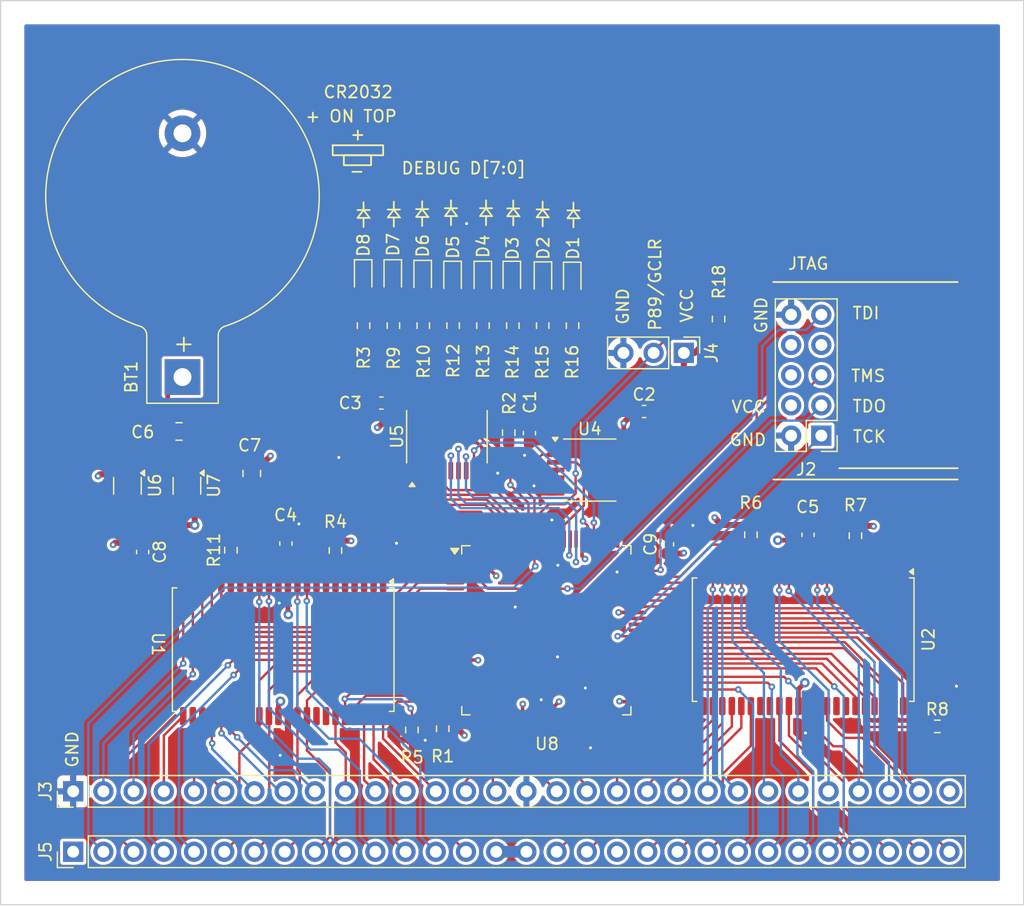
<source format=kicad_pcb>
(kicad_pcb (version 20240108) (generator "pcbnew") (generator_version "8.0")
  (layers (0 "F.Cu" signal) (1 "In1.Cu" signal) (2 "In2.Cu" signal) (31 "B.Cu" signal) (34 "B.Paste" user) (35 "F.Paste" user) (36 "B.SilkS" user "B.Silkscreen") (37 "F.SilkS" user "F.Silkscreen") (38 "B.Mask" user) (39 "F.Mask" user) (44 "Edge.Cuts" user))
  (net 0 "")
  (net 1 "/VBAT")
  (net 2 "/GND")
  (net 3 "/VCC")
  (net 4 "/CIRAM_CE")
  (net 5 "/CPU_A11")
  (net 6 "/ROMSEL")
  (net 8 "/VMEM")
  (net 10 "/IRQ")
  (net 11 "/PPU_RD")
  (net 12 "/CPU_A10")
  (net 13 "/CPU_A9")
  (net 14 "/CPU_A8")
  (net 15 "/CPU_A7")
  (net 16 "/CPU_D7")
  (net 17 "/CPU_D6")
  (net 18 "/CPU_D5")
  (net 19 "/CPU_D4")
  (net 20 "/M2")
  (net 21 "/CPU_A6")
  (net 22 "/CPU_A5")
  (net 23 "/CPU_A4")
  (net 24 "/PPU_WR")
  (net 25 "/CPU_A3")
  (net 26 "/CPU_A2")
  (net 27 "/CPU_A1")
  (net 28 "/CPU_A0")
  (net 29 "/CPU_D3")
  (net 30 "/CPU_D2")
  (net 31 "/CPU_D1")
  (net 40 "/CPU_D0")
  (net 41 "/CPU_RW")
  (net 42 "/CPU_A12")
  (net 43 "/CPU_A13")
  (net 44 "/CPU_A14")
  (net 45 "/PPU_A12")
  (net 46 "/AUDIO_IN")
  (net 47 "/CIRAM_A10")
  (net 48 "/PPU_A11")
  (net 49 "/PPU_A10")
  (net 50 "/PPU_~{A13}")
  (net 51 "/PPU_A13")
  (net 52 "/PPU_D0")
  (net 53 "/PPU_D7")
  (net 54 "/PPU_D1")
  (net 55 "/PPU_D6")
  (net 56 "/PPU_A6")
  (net 57 "/PPU_A7")
  (net 58 "/PPU_A8")
  (net 59 "/PPU_A5")
  (net 60 "/PPU_D5")
  (net 61 "/PPU_D2")
  (net 62 "/PPU_D4")
  (net 63 "/PPU_D3")
  (net 64 "/PPU_A4")
  (net 65 "/PPU_A9")
  (net 66 "/PPU_A2")
  (net 67 "/PPU_A3")
  (net 68 "/PPU_A0")
  (net 69 "/PPU_A1")
  (net 78 "Net-(C1-Pad2)")
  (net 79 "/~{M2D}")
  (net 80 "/TCK")
  (net 81 "/TDO")
  (net 82 "/TMS")
  (net 86 "/TDI")
  (net 87 "/PPU_WE")
  (net 88 "/~{PPU_CE}")
  (net 89 "/PPU_OE")
  (net 90 "/PPU_CE")
  (net 91 "/~{CPU_CE}")
  (net 92 "/CPU_WE")
  (net 93 "/CPU_CE")
  (net 94 "/DBG1")
  (net 95 "/DBG0")
  (net 96 "/DBG2")
  (net 97 "/DBG3")
  (net 98 "/DBG4")
  (net 99 "/DBG5")
  (net 100 "/DBG6")
  (net 101 "/DBG7")
  (net 102 "Net-(D1-A)")
  (net 103 "Net-(D2-A)")
  (net 104 "Net-(D3-A)")
  (net 105 "Net-(D4-A)")
  (net 106 "Net-(D5-A)")
  (net 107 "Net-(D6-A)")
  (net 108 "Net-(D7-A)")
  (net 109 "Net-(D8-A)")
  (net 110 "Net-(U5-Q0)")
  (net 111 "Net-(U5-Q1)")
  (net 112 "Net-(U5-Q2)")
  (net 113 "Net-(U5-Q3)")
  (net 114 "Net-(U5-Q4)")
  (net 115 "Net-(U5-Q5)")
  (net 116 "Net-(U5-Q6)")
  (net 117 "Net-(U5-Q7)")
  (net 131 "/P89{slash}GCLR")
  (net 133 "/CPU_BS0")
  (net 134 "/CPU_BS3")
  (net 135 "/CPU_BS1")
  (net 136 "/CPU_OE")
  (net 137 "/CPU_BS2")
  (net 138 "/CPU_BS7")
  (net 139 "/PPU_BS5")
  (net 140 "/PPU_BS2")
  (net 141 "/PPU_BS6")
  (net 142 "/PPU_BS7")
  (net 143 "/PPU_BS8")
  (net 144 "/PPU_BS1")
  (net 145 "/PPU_BS9")
  (net 146 "/PPU_BS4")
  (net 147 "/PPU_BS3")
  (net 148 "/PPU_BS0")
  (net 153 "/CPU_BS5")
  (net 154 "/CPU_BS6")
  (net 155 "/CPU_BS4")
  (footprint "Connector_PinHeader_2.54mm:PinHeader_1x03_P2.54mm_Vertical" (layer "F.Cu") (at 132.4356 75.6158 -90)
    (property "Reference" "J4")
    (property "Value" "Conn_02x01_Counter_Clockwise")
  )
  (footprint "Resistor_SMD:R_0603_1608Metric" (layer "F.Cu") (at 112.1664 107.2134 90)
    (property "Reference" "R1")
    (property "Value" "10K")
  )
  (footprint "Package_SO:TSOP-II-44_10.16x18.41mm_P0.8mm" (layer "F.Cu") (at 142.4686 99.7204 -90)
    (property "Reference" "U2")
    (property "Value" "AS6C8008-55ZIN")
  )
  (footprint "Package_SO:TSSOP-14_4.4x5mm_P0.65mm" (layer "F.Cu") (at 124.523513 85.464313)
    (property "Reference" "U4")
    (property "Value" "74HCT00")
  )
  (footprint "Capacitor_SMD:C_0603_1608Metric" (layer "F.Cu") (at 98.9838 91.6432 90)
    (property "Reference" "C4")
    (property "Value" "100nF")
  )
  (footprint "Resistor_SMD:R_0603_1608Metric" (layer "F.Cu") (at 117.714687 82.317487 90)
    (property "Reference" "R2")
    (property "Value" "1K")
  )
  (footprint "Package_TO_SOT_SMD:SOT-363_SC-70-6" (layer "F.Cu") (at 90.6632 86.7922 -90)
    (property "Reference" "U7")
    (property "Value" "LM66100DCKT")
  )
  (footprint "Resistor_SMD:R_0603_1608Metric" (layer "F.Cu") (at 94.361 92.202 90)
    (property "Reference" "R11")
    (property "Value" "10K")
  )
  (footprint "Capacitor_SMD:C_0805_2012Metric" (layer "F.Cu") (at 96.1136 85.7504 -90)
    (property "Reference" "C7")
    (property "Value" "1uF")
  )
  (footprint "LED_SMD:LED_0603_1608Metric" (layer "F.Cu") (at 123.0554 69.475 -90)
    (property "Reference" "D1")
    (property "Value" "LED")
  )
  (footprint "Resistor_SMD:R_0603_1608Metric" (layer "F.Cu") (at 120.5708 73.3226 90)
    (property "Reference" "R15")
    (property "Value" "1K")
  )
  (footprint "Resistor_SMD:R_0603_1608Metric" (layer "F.Cu") (at 138.0744 90.9066 90)
    (property "Reference" "R6")
    (property "Value" "10K")
  )
  (footprint "Resistor_SMD:R_0603_1608Metric" (layer "F.Cu") (at 110.5308 73.3226 90)
    (property "Reference" "R10")
    (property "Value" "1K")
  )
  (footprint "Package_TO_SOT_SMD:SOT-363_SC-70-6" (layer "F.Cu") (at 85.6632 86.7922 -90)
    (property "Reference" "U6")
    (property "Value" "LM66100DCKT")
  )
  (footprint "Resistor_SMD:R_0603_1608Metric" (layer "F.Cu") (at 103.1494 92.2274 90)
    (property "Reference" "R4")
    (property "Value" "10K")
  )
  (footprint "Resistor_SMD:R_0603_1608Metric" (layer "F.Cu") (at 123.0808 73.3226 90)
    (property "Reference" "R16")
    (property "Value" "1K")
  )
  (footprint "Resistor_SMD:R_0603_1608Metric" (layer "F.Cu") (at 135.3566 72.771 -90)
    (property "Reference" "R18")
    (property "Value" "10K")
  )
  (footprint "Package_SO:TSSOP-20_4.4x6.5mm_P0.65mm" (layer "F.Cu") (at 112.5168 82.6584 90)
    (property "Reference" "U5")
    (property "Value" "74LS573")
  )
  (footprint "Resistor_SMD:R_0603_1608Metric" (layer "F.Cu") (at 146.8628 90.9828 90)
    (property "Reference" "R7")
    (property "Value" "10K")
  )
  (footprint "LED_SMD:LED_0603_1608Metric" (layer "F.Cu") (at 112.997 69.3988 -90)
    (property "Reference" "D5")
    (property "Value" "LED")
  )
  (footprint "Package_QFP:TQFP-100_14x14mm_P0.5mm" (layer "F.Cu") (at 120.8786 98.933)
    (property "Reference" "U8")
    (property "Value" "ATF1508AS-7AX100")
  )
  (footprint "Capacitor_SMD:C_0603_1608Metric" (layer "F.Cu") (at 86.9442 92.3544 -90)
    (property "Reference" "C8")
    (property "Value" "100nF")
  )
  (footprint "LED_SMD:LED_0603_1608Metric" (layer "F.Cu") (at 117.9754 69.3988 -90)
    (property "Reference" "D3")
    (property "Value" "LED")
  )
  (footprint "Resistor_SMD:R_0603_1608Metric" (layer "F.Cu") (at 105.5108 73.3226 90)
    (property "Reference" "R3")
    (property "Value" "1K")
  )
  (footprint "Capacitor_SMD:C_0603_1608Metric" (layer "F.Cu") (at 107.009 79.8313 180)
    (property "Reference" "C3")
    (property "Value" "100nF")
  )
  (footprint "Connector_PinHeader_2.54mm:PinHeader_1x30_P2.54mm_Vertical" (layer "F.Cu") (at 81.1022 112.4712 90)
    (property "Reference" "J3")
    (property "Value" "Conn_01x30")
  )
  (footprint "LED_SMD:LED_0603_1608Metric" (layer "F.Cu") (at 120.5916 69.4496 -90)
    (property "Reference" "D2")
    (property "Value" "LED")
  )
  (footprint "Capacitor_SMD:C_0603_1608Metric" (layer "F.Cu") (at 142.875 90.9066 90)
    (property "Reference" "C5")
    (property "Value" "100nF")
  )
  (footprint "Capacitor_SMD:C_0805_2012Metric" (layer "F.Cu") (at 90 82.2198)
    (property "Reference" "C6")
    (property "Value" "1uF")
  )
  (footprint "Connector_PinHeader_2.54mm:PinHeader_2x05_P2.54mm_Vertical" (layer "F.Cu") (at 143.994 82.5684 180)
    (property "Reference" "J2")
    (property "Value" "Conn_02x05_Odd_Even")
  )
  (footprint "Battery:BatteryHolder_Keystone_103_1x20mm" (layer "F.Cu") (at 90.2904 77.6478 90)
    (property "Reference" "BT1")
    (property "Value" "Battery")
  )
  (footprint "Resistor_SMD:R_0603_1608Metric" (layer "F.Cu") (at 115.5508 73.3226 90)
    (property "Reference" "R13")
    (property "Value" "1K")
  )
  (footprint "LED_SMD:LED_0603_1608Metric" (layer "F.Cu") (at 107.9678 69.2717 -90)
    (property "Reference" "D7")
    (property "Value" "LED")
  )
  (footprint "Resistor_SMD:R_0603_1608Metric" (layer "F.Cu") (at 109.5756 107.315 -90)
    (property "Reference" "R5")
    (property "Value" "10K")
  )
  (footprint "Package_SO:TSOP-II-44_10.16x18.41mm_P0.8mm" (layer "F.Cu") (at 98.7552 100.5586 -90)
    (property "Reference" "U1" (hide yes))
    (property "Value" "AS6C8008-55ZIN")
  )
  (footprint "Connector_PinHeader_2.54mm:PinHeader_1x30_P2.54mm_Vertical" (layer "F.Cu") (at 81.1022 117.5512 90)
    (property "Reference" "J5")
    (property "Value" "Conn_01x30")
  )
  (footprint "LED_SMD:LED_0603_1608Metric" (layer "F.Cu") (at 115.537 69.3988 -90)
    (property "Reference" "D4")
    (property "Value" "LED")
  )
  (footprint "LED_SMD:LED_0603_1608Metric" (layer "F.Cu") (at 105.4786 69.2717 -90)
    (property "Reference" "D8")
    (property "Value" "LED")
  )
  (footprint "Capacitor_SMD:C_0603_1608Metric" (layer "F.Cu") (at 129.0952 80.5434)
    (property "Reference" "C2")
    (property "Value" "100nF")
  )
  (footprint "Resistor_SMD:R_0603_1608Metric" (layer "F.Cu") (at 108.0208 73.3226 90)
    (property "Reference" "R9")
    (property "Value" "1K")
  )
  (footprint "Resistor_SMD:R_0603_1608Metric" (layer "F.Cu") (at 113.0408 73.3226 90)
    (property "Reference" "R12")
    (property "Value" "1K")
  )
  (footprint "Capacitor_SMD:C_0603_1608Metric" (layer "F.Cu") (at 119.4562 82.3592 90)
    (property "Reference" "C1")
    (property "Value" "33pF")
  )
  (footprint "Capacitor_SMD:C_0603_1608Metric" (layer "F.Cu") (at 131.064 91.7064 90)
    (property "Reference" "C9")
    (property "Value" "100nF")
  )
  (footprint "Resistor_SMD:R_0603_1608Metric" (layer "F.Cu") (at 153.7462 107.0102)
    (property "Reference" "R8")
    (property "Value" "10K")
  )
  (footprint "LED_SMD:LED_0603_1608Metric" (layer "F.Cu") (at 110.4824 69.3226 -90)
    (property "Reference" "D6")
    (property "Value" "LED")
  )
  (footprint "Resistor_SMD:R_0603_1608Metric" (layer "F.Cu") (at 118.0608 73.3226 90)
    (property "Reference" "R14")
    (property "Value" "1K")
  )
  (gr_line (start 108.0568 63.5688) (end 108.0568 62.9084) (stroke (width 0.15)) (layer "F.SilkS"))
  (gr_line (start 123.1548 64.2988) (end 123.1548 65.0608) (stroke (width 0.15)) (layer "F.SilkS"))
  (gr_line (start 105.5108 63.6068) (end 106.0188 63.6068) (stroke (width 0.15)) (layer "F.SilkS"))
  (gr_line (start 108.0568 63.5688) (end 108.5648 63.5688) (stroke (width 0.15)) (layer "F.SilkS"))
  (gr_line (start 120.5668 63.556) (end 121.0748 63.556) (stroke (width 0.15)) (layer "F.SilkS"))
  (gr_line (start 123.1548 63.6384) (end 122.6468 63.6384) (stroke (width 0.15)) (layer "F.SilkS"))
  (gr_line (start 118.0948 63.4684) (end 118.6028 63.4684) (stroke (width 0.15)) (layer "F.SilkS"))
  (gr_line (start 105.5108 63.6068) (end 105.0028 63.6068) (stroke (width 0.15)) (layer "F.SilkS"))
  (gr_poly (pts (xy 122.6468 64.2988) (xy 123.6628 64.2988) (xy 123.1548 63.6384)) (stroke (width 0.15)) (fill none) (layer "F.SilkS"))
  (gr_line (start 145.504 85.3116) (end 155.454 85.3116) (stroke (width 0.15)) (layer "F.SilkS"))
  (gr_line (start 118.0948 63.4684) (end 118.0948 62.808) (stroke (width 0.15)) (layer "F.SilkS"))
  (gr_line (start 110.4368 64.1892) (end 110.4368 64.9512) (stroke (width 0.15)) (layer "F.SilkS"))
  (gr_line (start 118.0948 63.4684) (end 117.5868 63.4684) (stroke (width 0.15)) (layer "F.SilkS"))
  (gr_line (start 112.8624 63.4544) (end 113.3704 63.4544) (stroke (width 0.15)) (layer "F.SilkS"))
  (gr_line (start 115.8088 63.4544) (end 115.3008 63.4544) (stroke (width 0.15)) (layer "F.SilkS"))
  (gr_line (start 112.8624 64.1148) (end 112.8624 64.8768) (stroke (width 0.15)) (layer "F.SilkS"))
  (gr_line (start 139.954 86.2584) (end 155.454 86.2584) (stroke (width 0.15)) (layer "F.SilkS"))
  (gr_line (start 139.954 69.6584) (end 155.454 69.6584) (stroke (width 0.15)) (layer "F.SilkS"))
  (gr_line (start 115.8088 63.4544) (end 115.8088 62.794) (stroke (width 0.15)) (layer "F.SilkS"))
  (gr_line (start 123.1548 63.6384) (end 123.1548 62.978) (stroke (width 0.15)) (layer "F.SilkS"))
  (gr_poly (pts (xy 109.9288 64.1892) (xy 110.9448 64.1892) (xy 110.4368 63.5288)) (stroke (width 0.15)) (fill none) (layer "F.SilkS"))
  (gr_poly (pts (xy 105.0028 64.2672) (xy 106.0188 64.2672) (xy 105.5108 63.6068)) (stroke (width 0.15)) (fill none) (layer "F.SilkS"))
  (gr_line (start 110.4368 63.5288) (end 110.9448 63.5288) (stroke (width 0.15)) (layer "F.SilkS"))
  (gr_line (start 120.5668 63.556) (end 120.5668 62.8956) (stroke (width 0.15)) (layer "F.SilkS"))
  (gr_line (start 120.5668 64.2164) (end 120.5668 64.9784) (stroke (width 0.15)) (layer "F.SilkS"))
  (gr_line (start 105.5108 63.6068) (end 105.5108 62.9464) (stroke (width 0.15)) (layer "F.SilkS"))
  (gr_rect (start 103.857 59) (end 106.143 59.8382) (stroke (width 0.15)) (fill none) (layer "F.SilkS"))
  (gr_line (start 112.8624 63.4544) (end 112.3544 63.4544) (stroke (width 0.15)) (layer "F.SilkS"))
  (gr_line (start 110.4368 63.5288) (end 109.9288 63.5288) (stroke (width 0.15)) (layer "F.SilkS"))
  (gr_line (start 110.4368 63.5288) (end 110.4368 62.8684) (stroke (width 0.15)) (layer "F.SilkS"))
  (gr_poly (pts (xy 120.0588 64.2164) (xy 121.0748 64.2164) (xy 120.5668 63.556)) (stroke (width 0.15)) (fill none) (layer "F.SilkS"))
  (gr_poly (pts (xy 117.5868 64.1288) (xy 118.6028 64.1288) (xy 118.0948 63.4684)) (stroke (width 0.15)) (fill none) (layer "F.SilkS"))
  (gr_poly (pts (xy 112.3544 64.1148) (xy 113.3704 64.1148) (xy 112.8624 63.4544)) (stroke (width 0.15)) (fill none) (layer "F.SilkS"))
  (gr_line (start 120.5668 63.556) (end 120.0588 63.556) (stroke (width 0.15)) (layer "F.SilkS"))
  (gr_rect (start 102.9172 58.1618) (end 107.159 59) (stroke (width 0.15)) (fill none) (layer "F.SilkS"))
  (gr_line (start 112.8624 63.4544) (end 112.8624 62.794) (stroke (width 0.15)) (layer "F.SilkS"))
  (gr_poly (pts (xy 115.3008 64.1148) (xy 116.3168 64.1148) (xy 115.8088 63.4544)) (stroke (width 0.15)) (fill none) (layer "F.SilkS"))
  (gr_line (start 123.1548 63.6384) (end 123.6628 63.6384) (stroke (width 0.15)) (layer "F.SilkS"))
  (gr_line (start 115.8088 63.4544) (end 116.3168 63.4544) (stroke (width 0.15)) (layer "F.SilkS"))
  (gr_line (start 115.8088 64.1148) (end 115.8088 64.8768) (stroke (width 0.15)) (layer "F.SilkS"))
  (gr_line (start 118.0948 64.1288) (end 118.0948 64.8908) (stroke (width 0.15)) (layer "F.SilkS"))
  (gr_line (start 108.0568 64.2292) (end 108.0568 64.9912) (stroke (width 0.15)) (layer "F.SilkS"))
  (gr_line (start 105.5108 64.2672) (end 105.5108 65.0292) (stroke (width 0.15)) (layer "F.SilkS"))
  (gr_poly (pts (xy 107.5488 64.2292) (xy 108.5648 64.2292) (xy 108.0568 63.5688)) (stroke (width 0.15)) (fill none) (layer "F.SilkS"))
  (gr_line (start 108.0568 63.5688) (end 107.5488 63.5688) (stroke (width 0.15)) (layer "F.SilkS"))
  (gr_rect (start 75 46) (end 161 122) (stroke (width 0.1)) (fill none) (layer "Edge.Cuts"))
  (gr_text "CR2032" (at 102.0536 54.2756 0) (layer "F.SilkS") (effects (font (size 1 1)) (justify left bottom)))
  (gr_text "U1" (at 87.6554 99 -90) (layer "F.SilkS") (effects (font (size 1 1)) (justify left bottom)))
  (gr_text "JTAG" (at 141.1062 68.7002 0) (layer "F.SilkS") (effects (font (size 1 1)) (justify left bottom)))
  (gr_text "-" (at 104.238 60.905 0) (layer "F.SilkS") (effects (font (size 1 1)) (justify left bottom)))
  (gr_text "VCC" (at 133.2738 73.152 90) (layer "F.SilkS") (effects (font (size 1 1)) (justify left bottom)))
  (gr_text "VCC" (at 136.354 80.7334 0) (layer "F.SilkS") (effects (font (size 1 1)) (justify left bottom)))
  (gr_text "GND" (at 136.204 83.5084 0) (layer "F.SilkS") (effects (font (size 1 1)) (justify left bottom)))
  (gr_text "+" (at 104.5174 56.587 -90) (layer "F.SilkS") (effects (font (size 1 1)) (justify left bottom)))
  (gr_text "TDO" (at 146.529 80.6834 0) (layer "F.SilkS") (effects (font (size 1 1)) (justify left bottom)))
  (gr_text "GND" (at 127.889 73.3298 90) (layer "F.SilkS") (effects (font (size 1 1)) (justify left bottom)))
  (gr_text "+ ON TOP" (at 100.534 56.3116 0) (layer "F.SilkS") (effects (font (size 1 1)) (justify left bottom)))
  (gr_text "TCK" (at 146.554 83.2334 0) (layer "F.SilkS") (effects (font (size 1 1)) (justify left bottom)))
  (gr_text "GND" (at 81.6102 110.5662 90) (layer "F.SilkS") (effects (font (size 1 1)) (justify left bottom)))
  (gr_text "GND" (at 139.5222 74.0664 90) (layer "F.SilkS") (effects (font (size 1 1)) (justify left bottom)))
  (gr_text "DEBUG D[7:0]" (at 108.6104 60.6806 0) (layer "F.SilkS") (effects (font (size 1 1)) (justify left bottom)))
  (gr_text "P89/GCLR" (at 130.6068 73.8378 90) (layer "F.SilkS") (effects (font (size 1 1)) (justify left bottom)))
  (gr_text "TMS" (at 146.404 78.1334 0) (layer "F.SilkS") (effects (font (size 1 1)) (justify left bottom)))
  (gr_text "TDI" (at 146.529 72.8584 0) (layer "F.SilkS") (effects (font (size 1 1)) (justify left bottom)))
  (segment (start 89.05 78.8882) (end 90.2904 77.6478) (width 0.4) (layer "F.Cu") (net 1))
  (segment (start 88.290399 84.785201) (end 88.290399 82.979401) (width 0.4) (layer "F.Cu") (net 1))
  (segment (start 90.0132 85.8422) (end 89.347398 85.8422) (width 0.4) (layer "F.Cu") (net 1))
  (segment (start 89.05 82.2198) (end 89.05 78.8882) (width 0.4) (layer "F.Cu") (net 1))
  (segment (start 86.3132 85.8422) (end 87.2334 85.8422) (width 0.4) (layer "F.Cu") (net 1))
  (segment (start 87.2334 85.8422) (end 88.290399 84.785201) (width 0.4) (layer "F.Cu") (net 1))
  (segment (start 89.347398 85.8422) (end 88.290399 84.785201) (width 0.4) (layer "F.Cu") (net 1))
  (segment (start 88.290399 82.979401) (end 89.05 82.2198) (width 0.4) (layer "F.Cu") (net 1))
  (segment (start 85.09 83.439) (end 85.6632 84.0122) (width 0.4) (layer "F.Cu") (net 2))
  (segment (start 120.4468 104.775) (end 120.4468 102.5398) (width 0.2) (layer "F.Cu") (net 2))
  (segment (start 128.5411 93.433) (end 127.42 93.433) (width 0.3) (layer "F.Cu") (net 2))
  (segment (start 121.8786 91.2705) (end 121.8786 90.2048) (width 0.3) (layer "F.Cu") (net 2))
  (segment (start 90.95 84.0772) (end 90.95 82.2198) (width 0.4) (layer "F.Cu") (net 2))
  (segment (start 98.3552 94.9711) (end 98.3552 96.5772) (width 0.508) (layer "F.Cu") (net 2))
  (segment (start 114.554 97.933) (end 117.3066 97.933) (width 0.3) (layer "F.Cu") (net 2))
  (segment (start 123.3786 104.561) (end 124.1552 103.7844) (width 0.3) (layer "F.Cu") (net 2))
  (segment (start 119.8372 85.9028) (end 119.8372 86.9188) (width 0.2) (layer "F.Cu") (net 2))
  (segment (start 85.714 86.741) (end 90.6632 86.741) (width 0.4) (layer "F.Cu") (net 2))
  (segment (start 85.6632 87.7422) (end 85.6632 89.038) (width 0.4) (layer "F.Cu") (net 2))
  (segment (start 129.9464 93.2434) (end 129.9464 91.4654) (width 0.2) (layer "F.Cu") (net 2))
  (segment (start 121.8786 90.2048) (end 121.3358 89.662) (width 0.3) (layer "F.Cu") (net 2))
  (segment (start 119.8372 86.9188) (end 120.332713 87.414313) (width 0.2) (layer "F.Cu") (net 2))
  (segment (start 120.8786 105.2068) (end 120.4468 104.775) (width 0.3) (layer "F.Cu") (net 2))
  (segment (start 80.1116 88.0364) (end 80.1116 84.9122) (width 0.4) (layer "F.Cu") (net 2))
  (segment (start 123.3786 106.5955) (end 123.3786 107.6052) (width 0.2) (layer "F.Cu") (net 2))
  (segment (start 113.2161 97.933) (end 114.554 97.933) (width 0.2) (layer "F.Cu") (net 2))
  (segment (start 123.3786 106.5955) (end 123.3786 104.561) (width 0.3) (layer "F.Cu") (net 2))
  (segment (start 120.275687 85.464313) (end 119.8372 85.9028) (width 0.2) (layer "F.Cu") (net 2))
  (segment (start 85.6632 86.7918) (end 85.6632 87.7422) (width 0.4) (layer "F.Cu") (net 2))
  (segment (start 132.3854 90.9314) (end 133.1976 90.1192) (width 0.2) (layer "F.Cu") (net 2))
  (segment (start 121.8786 91.2705) (end 121.8786 93.361) (width 0.3) (layer "F.Cu") (net 2))
  (segment (start 99.1552 106.1461) (end 99.1552 108.7946) (width 0.508) (layer "F.Cu") (net 2))
  (segment (start 121.661013 85.464313) (end 120.275687 85.464313) (width 0.2) (layer "F.Cu") (net 2))
  (segment (start 123.3786 107.6052) (end 124.587 108.8136) (width 0.2) (layer "F.Cu") (net 2))
  (segment (start 85.714 86.741) (end 85.6632 86.7918) (width 0.4) (layer "F.Cu") (net 2))
  (segment (start 128.5411 100.933) (end 122.0536 100.933) (width 0.2) (layer "F.Cu") (net 2))
  (segment (start 85.6632 85.8422) (end 85.6632 86.7918) (width 0.4) (layer "F.Cu") (net 2))
  (segment (start 130.4804 90.9314) (end 131.064 90.9314) (width 0.2) (layer "F.Cu") (net 2))
  (segment (start 118.237 96.9518) (end 118.2624 96.9772) (width 0.2) (layer "F.Cu") (net 2))
  (segment (start 99.1552 108.7946) (end 98.5012 109.4486) (width 0.508) (layer "F.Cu") (net 2))
  (segment (start 90.6632 85.8422) (end 90.6632 86.741) (width 0.4) (layer "F.Cu") (net 2))
  (segment (start 122.0536 100.933) (end 121.8184 101.1682) (width 0.2) (layer "F.Cu") (net 2))
  (segment (start 119.4562 83.1342) (end 119.4562 83.82) (width 0.2) (layer "F.Cu") (net 2))
  (segment (start 90.424 89.2048) (end 88.265 89.2048) (width 0.4) (layer "F.Cu") (net 2))
  (segment (start 90.6632 84.364) (end 90.95 84.0772) (width 0.4) (layer "F.Cu") (net 2))
  (segment (start 127.42 93.433) (end 126.8222 94.0308) (width 0.3) (layer "F.Cu") (net 2))
  (segment (start 120.4468 102.5398) (end 121.8184 101.1682) (width 0.2) (layer "F.Cu") (net 2))
  (segment (start 99.2 90.8682) (end 100.076 89.9922) (width 0.508) (layer "F.Cu") (net 2))
  (segment (start 129.7568 93.433) (end 129.9464 93.2434) (width 0.2) (layer "F.Cu") (net 2))
  (segment (start 98.3552 96.5772) (end 98.425 96.647) (width 0.508) (layer "F.Cu") (net 2))
  (segment (start 131.064 90.9314) (end 132.3854 90.9314) (width 0.2) (layer "F.Cu") (net 2))
  (segment (start 142.8686 105.3079) (end 142.8686 107.363) (width 0.2) (layer "F.Cu") (net 2))
  (segment (start 81.8134 89.7382) (end 80.1116 88.0364) (width 0.4) (layer "F.Cu") (net 2))
  (segment (start 88.265 89.2048) (end 87.4776 88.4174) (width 0.4) (layer "F.Cu") (net 2))
  (segment (start 114.554 97.933) (end 111.7948 97.933) (width 0.2) (layer "F.Cu") (net 2))
  (segment (start 110.6546 108.14) (end 110.6932 108.1786) (width 0.508) (layer "F.Cu") (net 2))
  (segment (start 85.6632 89.038) (end 84.963 89.7382) (width 0.4) (layer "F.Cu") (net 2))
  (segment (start 90.6632 87.7422) (end 90.6632 88.9656) (width 0.4) (layer "F.Cu") (net 2))
  (segment (start 90.6632 88.9656) (end 90.424 89.2048) (width 0.4) (layer "F.Cu") (net 2))
  (segment (start 80.1116 84.9122) (end 81.5848 83.439) (width 0.4) (layer "F.Cu") (net 2))
  (segment (start 81.5848 83.439) (end 85.09 83.439) (width 0.4) (layer "F.Cu") (net 2))
  (segment (start 117.3066 97.933) (end 118.2624 96.9772) (width 0.3) (layer "F.Cu") (net 2))
  (segment (start 90.6632 85.8422) (end 90.6632 84.364) (width 0.4) (layer "F.Cu") (net 2))
  (segment (start 84.963 89.7382) (end 81.8134 89.7382) (width 0.4) (layer "F.Cu") (net 2))
  (segment (start 117.3786 93.2232) (end 118.237 94.0816) (width 0.2) (layer "F.Cu") (net 2))
  (segment (start 119.4562 83.82) (end 119.0498 84.2264) (width 0.2) (layer "F.Cu") (net 2))
  (segment (start 128.5411 93.433) (end 129.7568 93.433) (width 0.2) (layer "F.Cu") (net 2))
  (segment (start 120.332713 87.414313) (end 121.661013 87.414313) (width 0.2) (layer "F.Cu") (net 2))
  (segment (start 90.6632 86.741) (end 90.6632 87.7422) (width 0.4) (layer "F.Cu") (net 2))
  (segment (start 120.8786 106.5955) (end 120.8786 105.2068) (width 0.3) (layer "F.Cu") (net 2))
  (segment (start 109.5756 108.14) (end 110.6546 108.14) (width 0.508) (layer "F.Cu") (net 2))
  (segment (start 117.3786 91.2705) (end 117.3786 93.2232) (width 0.2) (layer "F.Cu") (net 2))
  (segment (start 87.4776 88.4174) (end 87.4776 86.741) (width 0.4) (layer "F.Cu") (net 2))
  (segment (start 98.9838 90.8682) (end 99.2 90.8682) (width 0.508) (layer "F.Cu") (net 2))
  (segment (start 142.8686 107.363) (end 142.6626 107.569) (width 0.2) (layer "F.Cu") (net 2))
  (segment (start 85.6632 84.0122) (end 85.6632 85.8422) (width 0.4) (layer "F.Cu") (net 2))
  (segment (start 129.9464 91.4654) (end 130.4804 90.9314) (width 0.2) (layer "F.Cu") (net 2))
  (via (at 103.4288 84.4042) (size 0.55) (drill 0.25) (layers "F.Cu" "B.Cu") (net 2))
  (via (at 121.3358 89.662) (size 0.55) (drill 0.25) (layers "F.Cu" "B.Cu") (net 2))
  (via (at 120.4468 104.775) (size 0.55) (drill 0.25) (layers "F.Cu" "B.Cu") (net 2))
  (via (at 121.8438 93.472) (size 0.55) (drill 0.25) (layers "F.Cu" "B.Cu") (net 2))
  (via (at 126.8222 94.0308) (size 0.55) (drill 0.25) (layers "F.Cu" "B.Cu") (net 2))
  (via (at 116.7892 85.725) (size 0.55) (drill 0.25) (layers "F.Cu" "B.Cu") (net 2))
  (via (at 121.8184 101.1682) (size 0.55) (drill 0.25) (layers "F.Cu" "B.Cu") (net 2))
  (via (at 98.425 96.647) (size 0.55) (drill 0.25) (layers "F.Cu" "B.Cu") (net 2))
  (via (at 124.1552 103.7844) (size 0.55) (drill 0.25) (layers "F.Cu" "B.Cu") (net 2))
  (via (at 100.076 89.9922) (size 0.55) (drill 0.25) (layers "F.Cu" "B.Cu") (net 2))
  (via (at 155.3464 103.632) (size 0.55) (drill 0.25) (layers "F.Cu" "B.Cu") (net 2))
  (via (at 114.173 64.7446) (size 0.55) (drill 0.25) (layers "F.Cu" "B.Cu") (net 2))
  (via (at 142.6626 107.569) (size 0.55) (drill 0.25) (layers "F.Cu" "B.Cu") (net 2))
  (via (at 110.6932 108.1786) (size 0.55) (drill 0.25) (layers "F.Cu" "B.Cu") (net 2))
  (via (at 108.2802 91.6178) (size 0.55) (drill 0.25) (layers "F.Cu" "B.Cu") (net 2))
  (via (at 98.5012 109.4486) (size 0.55) (drill 0.25) (layers "F.Cu" "B.Cu") (net 2))
  (via (at 133.1976 90.1192) (size 0.55) (drill 0.25) (layers "F.Cu" "B.Cu") (net 2))
  (via (at 118.2624 96.9772) (size 0.55) (drill 0.25) (layers "F.Cu" "B.Cu") (net 2))
  (via (at 119.0498 84.2264) (size 0.55) (drill 0.25) (layers "F.Cu" "B.Cu") (net 2))
  (via (at 119.8372 86.7918) (size 0.55) (drill 0.25) (layers "F.Cu" "B.Cu") (net 2))
  (via (at 124.587 108.8136) (size 0.55) (drill 0.25) (layers "F.Cu" "B.Cu") (net 2))
  (segment (start 83.3386 85.8254) (end 83.1886 85.9754) (width 0.508) (layer "F.Cu") (net 3))
  (segment (start 117.856 85.2638) (end 114.6556 82.0634) (width 0.2) (layer "F.Cu") (net 3))
  (segment (start 94.361 91.377) (end 93.6376 91.377) (width 0.508) (layer "F.Cu") (net 3))
  (segment (start 121.9454 104.9274) (end 121.3786 105.4942) (width 0.3) (layer "F.Cu") (net 3))
  (segment (start 124.1298 92.9386) (end 123.8786 92.6874) (width 0.3) (layer "F.Cu") (net 3))
  (segment (start 127.381 81.534) (end 127.381 81.4826) (width 0.5) (layer "F.Cu") (net 3))
  (segment (start 132.4356 75.6158) (end 133.3368 75.6158) (width 0.508) (layer "F.Cu") (net 3))
  (segment (start 113.2161 101.433) (end 115.1236 101.433) (width 0.3) (layer "F.Cu") (net 3))
  (segment (start 109.5918 82.0634) (end 114.6556 82.0634) (width 0.2) (layer "F.Cu") (net 3))
  (segment (start 135.2042 89.6874) (end 135.2042 89.6366) (width 0.508) (layer "F.Cu") (net 3))
  (segment (start 107.784 80.8343) (end 106.6788 81.9395) (width 0.508) (layer "F.Cu") (net 3))
  (segment (start 130.0734 78.3082) (end 128.3202 80.0614) (width 0.508) (layer "F.Cu") (net 3))
  (segment (start 84.9593 85.8254) (end 83.4679 85.8254) (width 0.508) (layer "F.Cu") (net 3))
  (segment (start 115.0018 82.0634) (end 115.4418 81.6234) (width 0.2) (layer "F.Cu") (net 3))
  (segment (start 117.856 86.7156) (end 117.856 85.2638) (width 0.2) (layer "F.Cu") (net 3))
  (segment (start 115.4418 81.6234) (end 115.4418 79.7959) (width 0.2) (layer "F.Cu") (net 3))
  (segment (start 148.3492 90.1578) (end 148.3868 90.1954) (width 0.508) (layer "F.Cu") (net 3))
  (segment (start 132.3848 92.4814) (end 131.064 92.4814) (width 0.508) (layer "F.Cu") (net 3))
  (segment (start 132.4356 92.4306) (end 132.3848 92.4814) (width 0.508) (layer "F.Cu") (net 3))
  (segment (start 131.2418 78.3082) (end 130.0734 78.3082) (width 0.508) (layer "F.Cu") (net 3))
  (segment (start 126.9506 97.433) (end 126.9492 97.4344) (width 0.3) (layer "F.Cu") (net 3))
  (segment (start 93.7718 87.244) (end 95.631 89.1032) (width 0.508) (layer "F.Cu") (net 3))
  (segment (start 86.9442 91.5794) (end 84.6204 91.5794) (width 0.508) (layer "F.Cu") (net 3))
  (segment (start 116.6622 94.361) (end 116.2342 93.933) (width 0.3) (layer "F.Cu") (net 3))
  (segment (start 127.0564 104.933) (end 127.0254 104.902) (width 0.3) (layer "F.Cu") (net 3))
  (segment (start 118.8786 106.5955) (end 118.8786 105.1494) (width 0.3) (layer "F.Cu") (net 3))
  (segment (start 83.4679 85.8254) (end 83.3386 85.8254) (width 0.508) (layer "F.Cu") (net 3))
  (segment (start 107.784 79.8313) (end 107.784 80.8343) (width 0.508) (layer "F.Cu") (net 3))
  (segment (start 133.3368 75.6158) (end 135.3566 73.596) (width 0.508) (layer "F.Cu") (net 3))
  (segment (start 146.8628 90.1578) (end 148.3492 90.1578) (width 0.508) (layer "F.Cu") (net 3))
  (segment (start 135.2042 89.6366) (end 135.0264 89.4588) (width 0.508) (layer "F.Cu") (net 3))
  (segment (start 93.6376 91.377) (end 93.4352 91.5794) (width 0.508) (layer "F.Cu") (net 3))
  (segment (start 95.631 89.1032) (end 95.631 90.107) (width 0.508) (layer "F.Cu") (net 3))
  (segment (start 132.4356 77.1144) (end 131.2418 78.3082) (width 0.508) (layer "F.Cu") (net 3))
  (segment (start 132.4356 75.6158) (end 132.4356 77.1144) (width 0.508) (layer "F.Cu") (net 3))
  (segment (start 115.1236 101.433) (end 115.1382 101.4476) (width 0.3) (layer "F.Cu") (net 3))
  (segment (start 128.5411 97.433) (end 126.9506 97.433) (width 0.3) (layer "F.Cu") (net 3))
  (segment (start 128.5411 104.933) (end 127.0564 104.933) (width 0.3) (layer "F.Cu") (net 3))
  (segment (start 107.7496 79.8313) (end 109.522 79.8313) (width 0.508) (layer "F.Cu") (net 3))
  (segment (start 103.1494 91.4024) (end 104.458 91.4024) (width 0.508) (layer "F.Cu") (net 3))
  (segment (start 112.6114 106.3884) (end 112.1664 106.3884) (width 0.508) (layer "F.Cu") (net 3))
  (segment (start 128.3202 80.0614) (end 128.3202 80.5434) (width 0.508) (layer "F.Cu") (net 3))
  (segment (start 104.458 91.4024) (end 104.4702 91.4146) (width 0.508) (layer "F.Cu") (net 3))
  (segment (start 97.1636 84.8004) (end 97.6886 84.2754) (width 0.508) (layer "F.Cu") (net 3))
  (segment (start 93.4352 91.5794) (end 86.9442 91.5794) (width 0.508) (layer "F.Cu") (net 3))
  (segment (start 84.6204 91.5794) (end 84.455 91.7448) (width 0.508) (layer "F.Cu") (net 3))
  (segment (start 116.2342 93.933) (end 113.2161 93.933) (width 0.3) (layer "F.Cu") (net 3))
  (segment (start 135.5984 90.0816) (end 135.2042 89.6874) (width 0.508) (layer "F.Cu") (net 3))
  (segment (start 123.8786 92.6874) (end 123.8786 91.2705) (width 0.3) (layer "F.Cu") (net 3))
  (segment (start 113.9952 107.7722) (end 112.6114 106.3884) (width 0.508) (layer "F.Cu") (net 3))
  (segment (start 114.6556 82.0634) (end 115.0018 82.0634) (width 0.2) (layer "F.Cu") (net 3))
  (segment (start 118.8786 105.1494) (end 118.8974 105.1306) (width 0.3) (layer "F.Cu") (net 3))
  (segment (start 127.386013 81.539013) (end 127.381 81.534) (width 0.4) (layer "F.Cu") (net 3))
  (segment (start 127.381 81.4826) (end 128.3202 80.5434) (width 0.5) (layer "F.Cu") (net 3))
  (segment (start 96.1136 84.8004) (end 97.1636 84.8004) (width 0.508) (layer "F.Cu") (net 3))
  (segment (start 119.3786 88.2382) (end 117.856 86.7156) (width 0.2) (layer "F.Cu") (net 3))
  (segment (start 121.3786 105.4942) (end 121.3786 106.5955) (width 0.3) (layer "F.Cu") (net 3))
  (segment (start 119.3786 91.2705) (end 119.3786 88.2382) (width 0.2) (layer "F.Cu") (net 3))
  (segment (start 138.0744 90.0816) (end 135.5984 90.0816) (width 0.508) (layer "F.Cu") (net 3))
  (segment (start 93.7718 85.8422) (end 94.8136 84.8004) (width 0.508) (layer "F.Cu") (net 3))
  (segment (start 91.3738 85.8422) (end 93.7718 85.8422) (width 0.508) (layer "F.Cu") (net 3))
  (segment (start 109.5918 79.7959) (end 109.5918 82.0634) (width 0.2) (layer "F.Cu") (net 3))
  (segment (start 95.631 90.107) (end 94.361 91.377) (width 0.508) (layer "F.Cu") (net 3))
  (segment (start 127.386013 83.514313) (end 127.386013 81.539013) (width 0.4) (layer "F.Cu") (net 3))
  (segment (start 132.5372 75.7174) (end 132.4356 75.6158) (width 0.508) (layer "F.Cu") (net 3))
  (segment (start 94.8136 84.8004) (end 96.1136 84.8004) (width 0.508) (layer "F.Cu") (net 3))
  (segment (start 93.7718 85.8422) (end 93.7718 87.244) (width 0.508) (layer "F.Cu") (net 3))
  (via (at 148.3868 90.1954) (size 0.55) (drill 0.25) (layers "F.Cu" "B.Cu") (net 3))
  (via (at 118.8974 105.1306) (size 0.55) (drill 0.25) (layers "F.Cu" "B.Cu") (net 3))
  (via (at 115.1382 101.4476) (size 0.55) (drill 0.25) (layers "F.Cu" "B.Cu") (net 3))
  (via (at 121.9454 104.9274) (size 0.55) (drill 0.25) (layers "F.Cu" "B.Cu") (net 3))
  (via (at 127.381 81.534) (size 0.55) (drill 0.25) (layers "F.Cu" "B.Cu") (net 3))
  (via (at 126.9492 97.4344) (size 0.55) (drill 0.25) (layers "F.Cu" "B.Cu") (net 3))
  (via (at 106.6546 81.8896) (size 0.55) (drill 0.25) (layers "F.Cu" "B.Cu") (net 3))
  (via (at 124.1298 92.9386) (size 0.55) (drill 0.25) (layers "F.Cu" "B.Cu") (net 3))
  (via (at 116.6622 94.361) (size 0.55) (drill 0.25) (layers "F.Cu" "B.Cu") (net 3))
  (via (at 117.856 86.7156) (size 0.55) (drill 0.25) (layers "F.Cu" "B.Cu") (net 3))
  (via (at 84.455 91.7448) (size 0.55) (drill 0.25) (layers "F.Cu" "B.Cu") (net 3))
  (via (at 104.4702 91.4146) (size 0.55) (drill 0.25) (layers "F.Cu" "B.Cu") (net 3))
  (via (at 132.4356 92.4306) (size 0.55) (drill 0.25) (layers "F.Cu" "B.Cu") (net 3))
  (via (at 135.0264 89.4588) (size 0.55) (drill 0.25) (layers "F.Cu" "B.Cu") (net 3))
  (via (at 127.0254 104.902) (size 0.55) (drill 0.25) (layers "F.Cu" "B.Cu") (net 3))
  (via (at 97.6886 84.2754) (size 0.55) (drill 0.25) (layers "F.Cu" "B.Cu") (net 3))
  (via (at 113.9952 107.7722) (size 0.55) (drill 0.25) (layers "F.Cu" "B.Cu") (net 3))
  (via (at 83.1886 85.9754) (size 0.55) (drill 0.25) (layers "F.Cu" "B.Cu") (net 3))
  (segment (start 124.2822 117.5512) (end 125.5522 116.2812) (width 0.2) (layer "F.Cu") (net 4))
  (segment (start 125.5522 111.4044) (end 122.2248 108.077) (width 0.2) (layer "F.Cu") (net 4))
  (segment (start 120.3786 107.7802) (end 120.3786 106.5955) (width 0.2) (layer "F.Cu") (net 4))
  (segment (start 122.2248 108.077) (end 120.6754 108.077) (width 0.2) (layer "F.Cu") (net 4))
  (segment (start 125.5522 116.2812) (end 125.5522 111.4044) (width 0.2) (layer "F.Cu") (net 4))
  (segment (start 120.6754 108.077) (end 120.3786 107.7802) (width 0.2) (layer "F.Cu") (net 4))
  (segment (start 90.3552 101.7196) (end 90.3552 94.9711) (width 0.2) (layer "F.Cu") (net 5))
  (via (at 90.3552 101.7196) (size 0.55) (drill 0.25) (layers "F.Cu" "B.Cu") (net 5))
  (segment (start 83.6422 108.4326) (end 83.6422 112.4712) (width 0.2) (layer "B.Cu") (net 5))
  (segment (start 90.3552 101.7196) (end 83.6422 108.4326) (width 0.2) (layer "B.Cu") (net 5))
  (segment (start 112.8776 116.3066) (end 112.8776 110.356) (width 0.2) (layer "F.Cu") (net 6))
  (segment (start 112.1664 109.6448) (end 112.1664 108.0384) (width 0.2) (layer "F.Cu") (net 6))
  (segment (start 115.3786 107.862) (end 115.3786 106.5955) (width 0.2) (layer "F.Cu") (net 6))
  (segment (start 112.8776 110.356) (end 112.8846 110.356) (width 0.2) (layer "F.Cu") (net 6))
  (segment (start 112.8776 110.356) (end 112.1664 109.6448) (width 0.2) (layer "F.Cu") (net 6))
  (segment (start 114.1222 117.5512) (end 112.8776 116.3066) (width 0.2) (layer "F.Cu") (net 6))
  (segment (start 112.8846 110.356) (end 115.3786 107.862) (width 0.2) (layer "F.Cu") (net 6))
  (segment (start 99.1552 92.5896) (end 99.1552 94.9711) (width 0.4) (layer "F.Cu") (net 8))
  (segment (start 98.5266 104.902) (end 98.3552 105.0734) (width 0.4) (layer "F.Cu") (net 8))
  (segment (start 142.875 91.6816) (end 142.875 94.1265) (width 0.4) (layer "F.Cu") (net 8))
  (segment (start 142.875 94.1265) (end 142.8686 94.1329) (width 0.4) (layer "F.Cu") (net 8))
  (segment (start 142.0686 103.8796) (end 142.0686 105.3079) (width 0.4) (layer "F.Cu") (net 8))
  (segment (start 142.608625 103.339575) (end 142.0686 103.8796) (width 0.4) (layer "F.Cu") (net 8))
  (segment (start 98.9838 92.4182) (end 99.1552 92.5896) (width 0.4) (layer "F.Cu") (net 8))
  (segment (start 91.3166 90.0938) (end 87.8078 90.0938) (width 0.508) (layer "F.Cu") (net 8))
  (segment (start 91.3172 90.0932) (end 91.3172 87.7422) (width 0.508) (layer "F.Cu") (net 8))
  (segment (start 142.5572 91.3638) (end 142.875 91.6816) (width 0.4) (layer "F.Cu") (net 8))
  (segment (start 99.1552 97.5804) (end 99.1552 94.9711) (width 0.4) (layer "F.Cu") (net 8))
  (segment (start 140.335 91.3638) (end 142.5572 91.3638) (width 0.4) (layer "F.Cu") (net 8))
  (segment (start 99.187 97.6122) (end 99.1552 97.5804) (width 0.4) (layer "F.Cu") (net 8))
  (segment (start 98.3552 105.0734) (end 98.3552 106.1461) (width 0.4) (layer "F.Cu") (net 8))
  (segment (start 87.8078 90.0938) (end 86.3172 88.6032) (width 0.508) (layer "F.Cu") (net 8))
  (segment (start 86.3172 88.6032) (end 86.3172 87.7422) (width 0.508) (layer "F.Cu") (net 8))
  (segment (start 91.3166 90.0938) (end 91.3172 90.0932) (width 0.508) (layer "F.Cu") (net 8))
  (via (at 142.608625 103.339575) (size 0.8) (drill 0.4) (layers "F.Cu" "B.Cu") (net 8))
  (via (at 98.5266 104.902) (size 0.8) (drill 0.4) (layers "F.Cu" "B.Cu") (net 8))
  (via (at 99.187 97.6122) (size 0.8) (drill 0.4) (layers "F.Cu" "B.Cu") (net 8))
  (via (at 140.335 91.3638) (size 0.8) (drill 0.4) (layers "F.Cu" "B.Cu") (net 8))
  (via (at 91.3172 90.0932) (size 0.8) (drill 0.4) (layers "F.Cu" "B.Cu") (net 8))
  (segment (start 116.3786 112.1876) (end 116.6622 112.4712) (width 0.2) (layer "F.Cu") (net 10))
  (segment (start 116.3786 106.5955) (end 116.3786 112.1876) (width 0.2) (layer "F.Cu") (net 10))
  (segment (start 119.0752 109.8042) (end 117.7798 109.8042) (width 0.2) (layer "F.Cu") (net 11))
  (segment (start 116.8786 108.903) (end 116.8786 106.5955) (width 0.2) (layer "F.Cu") (net 11))
  (segment (start 121.7422 112.4712) (end 119.0752 109.8042) (width 0.2) (layer "F.Cu") (net 11))
  (segment (start 117.7798 109.8042) (end 116.8786 108.903) (width 0.2) (layer "F.Cu") (net 11))
  (segment (start 91.1606 94.9765) (end 91.1552 94.9711) (width 0.2) (layer "F.Cu") (net 12))
  (segment (start 91.1606 102.616) (end 91.1606 94.9765) (width 0.2) (layer "F.Cu") (net 12))
  (via (at 91.1606 102.616) (size 0.55) (drill 0.25) (layers "F.Cu" "B.Cu") (net 12))
  (segment (start 86.1822 107.5944) (end 86.1822 112.4712) (width 0.2) (layer "B.Cu") (net 12))
  (segment (start 91.1606 102.616) (end 86.1822 107.5944) (width 0.2) (layer "B.Cu") (net 12))
  (segment (start 88.7222 112.4712) (end 88.7222 107.7791) (width 0.2) (layer "F.Cu") (net 13))
  (segment (start 88.7222 107.7791) (end 90.3552 106.1461) (width 0.2) (layer "F.Cu") (net 13))
  (segment (start 91.2622 112.4712) (end 91.2622 106.2531) (width 0.2) (layer "F.Cu") (net 14))
  (segment (start 91.2622 106.2531) (end 91.1552 106.1461) (width 0.2) (layer "F.Cu") (net 14))
  (segment (start 91.9552 110.6242) (end 91.9552 106.1461) (width 0.2) (layer "F.Cu") (net 15))
  (segment (start 93.8022 112.4712) (end 91.9552 110.6242) (width 0.2) (layer "F.Cu") (net 15))
  (segment (start 113.2161 101.933) (end 112.44619 101.933) (width 0.2) (layer "F.Cu") (net 16))
  (segment (start 98.0186 101.8794) (end 96.7552 103.1428) (width 0.2) (layer "F.Cu") (net 16))
  (segment (start 96.7552 103.1428) (end 96.7552 106.1461) (width 0.2) (layer "F.Cu") (net 16))
  (segment (start 112.39259 101.8794) (end 98.0186 101.8794) (width 0.2) (layer "F.Cu") (net 16))
  (segment (start 93.8022 117.5512) (end 95.0722 116.2812) (width 0.2) (layer "F.Cu") (net 16))
  (segment (start 95.0722 109.2454) (end 96.7552 107.5624) (width 0.2) (layer "F.Cu") (net 16))
  (segment (start 95.0722 116.2812) (end 95.0722 109.2454) (width 0.2) (layer "F.Cu") (net 16))
  (segment (start 96.7552 107.5624) (end 96.7552 106.1461) (width 0.2) (layer "F.Cu") (net 16))
  (segment (start 112.44619 101.933) (end 112.39259 101.8794) (width 0.2) (layer "F.Cu") (net 16))
  (segment (start 99.1362 102.3874) (end 97.5552 103.9684) (width 0.2) (layer "F.Cu") (net 17))
  (segment (start 113.2161 102.433) (end 113.1705 102.3874) (width 0.2) (layer "F.Cu") (net 17))
  (segment (start 97.5868 116.3066) (end 96.3422 117.5512) (width 0.2) (layer "F.Cu") (net 17))
  (segment (start 97.5552 106.1461) (end 97.5868 106.1777) (width 0.2) (layer "F.Cu") (net 17))
  (segment (start 97.5552 103.9684) (end 97.5552 106.1461) (width 0.2) (layer "F.Cu") (net 17))
  (segment (start 97.5868 106.1777) (end 97.5868 116.3066) (width 0.2) (layer "F.Cu") (net 17))
  (segment (start 113.1705 102.3874) (end 99.1362 102.3874) (width 0.2) (layer "F.Cu") (net 17))
  (segment (start 100.1522 110.8648) (end 100.1522 116.2812) (width 0.2) (layer "F.Cu") (net 18))
  (segment (start 101.41 102.933) (end 113.2161 102.933) (width 0.2) (layer "F.Cu") (net 18))
  (segment (start 99.9552 106.1461) (end 99.9552 104.3878) (width 0.2) (layer "F.Cu") (net 18))
  (segment (start 99.9552 110.6678) (end 100.1522 110.8648) (width 0.2) (layer "F.Cu") (net 18))
  (segment (start 100.1522 116.2812) (end 98.8822 117.5512) (width 0.2) (layer "F.Cu") (net 18))
  (segment (start 99.9552 104.3878) (end 101.41 102.933) (width 0.2) (layer "F.Cu") (net 18))
  (segment (start 99.9552 106.1461) (end 99.9552 110.6678) (width 0.2) (layer "F.Cu") (net 18))
  (segment (start 102.1546 103.433) (end 100.7552 104.8324) (width 0.2) (layer "F.Cu") (net 19))
  (segment (start 102.6922 116.2812) (end 101.4222 117.5512) (width 0.2) (layer "F.Cu") (net 19))
  (segment (start 113.2161 103.433) (end 102.1546 103.433) (width 0.2) (layer "F.Cu") (net 19))
  (segment (start 100.7552 104.8324) (end 100.7552 106.1461) (width 0.2) (layer "F.Cu") (net 19))
  (segment (start 100.7552 106.1461) (end 100.7552 109.0356) (width 0.2) (layer "F.Cu") (net 19))
  (segment (start 100.7552 109.0356) (end 102.6922 110.9726) (width 0.2) (layer "F.Cu") (net 19))
  (segment (start 102.6922 110.9726) (end 102.6922 116.2812) (width 0.2) (layer "F.Cu") (net 19))
  (segment (start 119.8786 93.4732) (end 119.8786 91.2705) (width 0.2) (layer "F.Cu") (net 20))
  (segment (start 119.126 87.1728) (end 119.126 84.8106) (width 0.2) (layer "F.Cu") (net 20))
  (segment (start 119.9536 93.5482) (end 119.8786 93.4732) (width 0.2) (layer "F.Cu") (net 20))
  (segment (start 119.126 84.8106) (end 118.3386 84.8106) (width 0.2) (layer "F.Cu") (net 20))
  (segment (start 119.8786 91.2705) (end 119.8786 87.9254) (width 0.2) (layer "F.Cu") (net 20))
  (segment (start 119.8626 84.8106) (end 119.126 84.8106) (width 0.2) (layer "F.Cu") (net 20))
  (segment (start 119.8786 87.9254) (end 119.126 87.1728) (width 0.2) (layer "F.Cu") (net 20))
  (segment (start 118.3386 84.8106) (end 117.714687 84.186687) (width 0.2) (layer "F.Cu") (net 20))
  (segment (start 121.661013 84.164313) (end 120.508887 84.164313) (width 0.2) (layer "F.Cu") (net 20))
  (segment (start 120.508887 84.164313) (end 119.8626 84.8106) (width 0.2) (layer "F.Cu") (net 20))
  (segment (start 117.714687 84.186687) (end 117.714687 83.142487) (width 0.2) (layer "F.Cu") (net 20))
  (via (at 119.9536 93.5482) (size 0.55) (drill 0.25) (layers "F.Cu" "B.Cu") (net 20))
  (segment (start 118.1502 95.3516) (end 93.8022 95.3516) (width 0.2) (layer "B.Cu") (net 20))
  (segment (start 93.8022 95.3516) (end 82.3722 106.7816) (width 0.2) (layer "B.Cu") (net 20))
  (segment (start 82.3722 106.7816) (end 82.3722 116.2812) (width 0.2) (layer "B.Cu") (net 20))
  (segment (start 119.9536 93.5482) (end 118.1502 95.3516) (width 0.2) (layer "B.Cu") (net 20))
  (segment (start 82.3722 116.2812) (end 83.6422 117.5512) (width 0.2) (layer "B.Cu") (net 20))
  (segment (start 92.7862 108.4326) (end 92.7552 108.4016) (width 0.2) (layer "F.Cu") (net 21))
  (segment (start 92.7552 108.4016) (end 92.7552 106.1461) (width 0.2) (layer "F.Cu") (net 21))
  (via (at 92.7862 108.4326) (size 0.55) (drill 0.25) (layers "F.Cu" "B.Cu") (net 21))
  (segment (start 96.3422 112.4712) (end 92.7862 108.9152) (width 0.2) (layer "B.Cu") (net 21))
  (segment (start 92.7862 108.9152) (end 92.7862 108.4326) (width 0.2) (layer "B.Cu") (net 21))
  (segment (start 93.5552 106.1461) (end 93.5552 107.576) (width 0.2) (layer "F.Cu") (net 22))
  (segment (start 93.5552 107.576) (end 93.5736 107.5944) (width 0.2) (layer "F.Cu") (net 22))
  (via (at 93.5736 107.5944) (size 0.55) (drill 0.25) (layers "F.Cu" "B.Cu") (net 22))
  (segment (start 93.5736 107.5944) (end 98.4504 112.4712) (width 0.2) (layer "B.Cu") (net 22))
  (segment (start 98.4504 112.4712) (end 98.8822 112.4712) (width 0.2) (layer "B.Cu") (net 22))
  (segment (start 94.8944 107.9246) (end 94.3552 107.3854) (width 0.2) (layer "F.Cu") (net 23))
  (segment (start 94.3552 107.3854) (end 94.3552 106.1461) (width 0.2) (layer "F.Cu") (net 23))
  (via (at 94.8944 107.9246) (size 0.55) (drill 0.25) (layers "F.Cu" "B.Cu") (net 23))
  (segment (start 94.8944 107.9246) (end 97.663 110.6932) (width 0.2) (layer "B.Cu") (net 23))
  (segment (start 99.6442 110.6932) (end 101.4222 112.4712) (width 0.2) (layer "B.Cu") (net 23))
  (segment (start 97.663 110.6932) (end 99.6442 110.6932) (width 0.2) (layer "B.Cu") (net 23))
  (segment (start 117.3786 108.2854) (end 117.3786 106.5955) (width 0.2) (layer "F.Cu") (net 24))
  (segment (start 118.2116 109.1184) (end 117.3786 108.2854) (width 0.2) (layer "F.Cu") (net 24))
  (segment (start 123.0376 111.7092) (end 120.4468 109.1184) (width 0.2) (layer "F.Cu") (net 24))
  (segment (start 121.7422 117.5512) (end 123.0376 116.2558) (width 0.2) (layer "F.Cu") (net 24))
  (segment (start 123.0376 116.2558) (end 123.0376 111.7092) (width 0.2) (layer "F.Cu") (net 24))
  (segment (start 120.4468 109.1184) (end 118.2116 109.1184) (width 0.2) (layer "F.Cu") (net 24))
  (segment (start 104.013 112.4204) (end 104.013 109.22) (width 0.2) (layer "F.Cu") (net 25))
  (segment (start 103.1552 108.3622) (end 103.1552 106.1461) (width 0.2) (layer "F.Cu") (net 25))
  (segment (start 104.013 109.22) (end 103.1552 108.3622) (width 0.2) (layer "F.Cu") (net 25))
  (segment (start 103.9622 112.4712) (end 104.013 112.4204) (width 0.2) (layer "F.Cu") (net 25))
  (segment (start 105.5552 106.731128) (end 105.5552 106.1461) (width 0.2) (layer "F.Cu") (net 26))
  (segment (start 105.5552 111.5242) (end 106.5022 112.4712) (width 0.2) (layer "F.Cu") (net 26))
  (segment (start 105.5552 106.1461) (end 105.5552 111.5242) (width 0.2) (layer "F.Cu") (net 26))
  (segment (start 106.3552 106.1461) (end 106.3552 109.7842) (width 0.2) (layer "F.Cu") (net 27))
  (segment (start 106.3552 109.7842) (end 109.0422 112.4712) (width 0.2) (layer "F.Cu") (net 27))
  (segment (start 111.5822 112.4712) (end 107.1552 108.0442) (width 0.2) (layer "F.Cu") (net 28))
  (segment (start 113.2161 104.933) (end 108.3683 104.933) (width 0.2) (layer "F.Cu") (net 28))
  (segment (start 108.3683 104.933) (end 107.1552 106.1461) (width 0.2) (layer "F.Cu") (net 28))
  (segment (start 107.1552 108.0442) (end 107.1552 106.1461) (width 0.2) (layer "F.Cu") (net 28))
  (segment (start 115.3542 88.9636) (end 98.1074 88.9636) (width 0.2) (layer "F.Cu") (net 29))
  (segment (start 116.3786 91.2705) (end 116.3786 89.988) (width 0.2) (layer "F.Cu") (net 29))
  (segment (start 98.1074 88.9636) (end 96.7552 90.3158) (width 0.2) (layer "F.Cu") (net 29))
  (segment (start 96.7552 90.3158) (end 96.7552 94.9711) (width 0.2) (layer "F.Cu") (net 29))
  (segment (start 96.7486 94.9777) (end 96.7552 94.9711) (width 0.2) (layer "F.Cu") (net 29))
  (segment (start 116.3786 89.988) (end 115.3542 88.9636) (width 0.2) (layer "F.Cu") (net 29))
  (segment (start 96.7486 96.5454) (end 96.7486 94.9777) (width 0.2) (layer "F.Cu") (net 29))
  (via (at 96.7486 96.5454) (size 0.55) (drill 0.25) (layers "F.Cu" "B.Cu") (net 29))
  (segment (start 101.7506 109.728) (end 102.6922 110.6696) (width 0.2) (layer "B.Cu") (net 29))
  (segment (start 96.7486 106.4514) (end 100.0252 109.728) (width 0.2) (layer "B.Cu") (net 29))
  (segment (start 102.6922 110.6696) (end 102.6922 116.2812) (width 0.2) (layer "B.Cu") (net 29))
  (segment (start 102.6922 116.2812) (end 103.9622 117.5512) (width 0.2) (layer "B.Cu") (net 29))
  (segment (start 96.7486 96.5454) (end 96.7486 106.4514) (width 0.2) (layer "B.Cu") (net 29))
  (segment (start 100.0252 109.728) (end 101.7506 109.728) (width 0.2) (layer "B.Cu") (net 29))
  (segment (start 97.5552 96.4884) (end 97.5614 96.4946) (width 0.2) (layer "F.Cu") (net 30))
  (segment (start 115.0684 89.3636) (end 98.5964 89.3636) (width 0.2) (layer "F.Cu") (net 30))
  (segment (start 97.5552 94.9711) (end 97.5552 96.4884) (width 0.2) (layer "F.Cu") (net 30))
  (segment (start 115.8786 90.1738) (end 115.0684 89.3636) (width 0.2) (layer "F.Cu") (net 30))
  (segment (start 97.5552 90.4048) (end 97.5552 94.9711) (width 0.2) (layer "F.Cu") (net 30))
  (segment (start 115.8786 91.2705) (end 115.8786 90.1738) (width 0.2) (layer "F.Cu") (net 30))
  (segment (start 98.5964 89.3636) (end 97.5552 90.4048) (width 0.2) (layer "F.Cu") (net 30))
  (via (at 97.5614 96.4946) (size 0.55) (drill 0.25) (layers "F.Cu" "B.Cu") (net 30))
  (segment (start 97.5614 105.4862) (end 101.0412 108.966) (width 0.2) (layer "B.Cu") (net 30))
  (segment (start 97.5614 96.4946) (end 97.5614 105.4862) (width 0.2) (layer "B.Cu") (net 30))
  (segment (start 105.2068 116.2558) (end 106.5022 117.5512) (width 0.2) (layer "B.Cu") (net 30))
  (segment (start 101.0412 108.966) (end 103.4288 108.966) (width 0.2) (layer "B.Cu") (net 30))
  (segment (start 105.2068 110.744) (end 105.2068 116.2558) (width 0.2) (layer "B.Cu") (net 30))
  (segment (start 103.4288 108.966) (end 105.2068 110.744) (width 0.2) (layer "B.Cu") (net 30))
  (segment (start 114.8842 89.7636) (end 101.219 89.7636) (width 0.2) (layer "F.Cu") (net 31))
  (segment (start 115.3786 91.2705) (end 115.3786 90.258) (width 0.2) (layer "F.Cu") (net 31))
  (segment (start 101.219 89.7636) (end 99.9552 91.0274) (width 0.2) (layer "F.Cu") (net 31))
  (segment (start 99.949 94.9773) (end 99.9552 94.9711) (width 0.2) (layer "F.Cu") (net 31))
  (segment (start 99.9552 91.0274) (end 99.9552 94.9711) (width 0.2) (layer "F.Cu") (net 31))
  (segment (start 115.3786 90.258) (end 114.8842 89.7636) (width 0.2) (layer "F.Cu") (net 31))
  (segment (start 99.949 96.52) (end 99.949 94.9773) (width 0.2) (layer "F.Cu") (net 31))
  (via (at 99.949 96.52) (size 0.55) (drill 0.25) (layers "F.Cu" "B.Cu") (net 31))
  (segment (start 102.616 108.0516) (end 105.1542 108.0516) (width 0.2) (layer "B.Cu") (net 31))
  (segment (start 107.7722 116.2812) (end 109.0422 117.5512) (width 0.2) (layer "B.Cu") (net 31))
  (segment (start 105.1542 108.0516) (end 107.7722 110.6696) (width 0.2) (layer "B.Cu") (net 31))
  (segment (start 99.949 105.3846) (end 102.616 108.0516) (width 0.2) (layer "B.Cu") (net 31))
  (segment (start 99.949 96.52) (end 99.949 105.3846) (width 0.2) (layer "B.Cu") (net 31))
  (segment (start 107.7722 110.6696) (end 107.7722 116.2812) (width 0.2) (layer "B.Cu") (net 31))
  (segment (start 100.7552 94.9711) (end 100.7552 96.4504) (width 0.2) (layer "F.Cu") (net 40))
  (segment (start 100.7552 94.9711) (end 100.7552 91.2434) (width 0.2) (layer "F.Cu") (net 40))
  (segment (start 113.9051 90.297) (end 114.8786 91.2705) (width 0.2) (layer "F.Cu") (net 40))
  (segment (start 101.7016 90.297) (end 113.9051 90.297) (width 0.2) (layer "F.Cu") (net 40))
  (segment (start 100.7552 91.2434) (end 101.7016 90.297) (width 0.2) (layer "F.Cu") (net 40))
  (segment (start 100.7552 96.4504) (end 100.7364 96.4692) (width 0.2) (layer "F.Cu") (net 40))
  (via (at 100.7364 96.4692) (size 0.55) (drill 0.25) (layers "F.Cu" "B.Cu") (net 40))
  (segment (start 100.7364 96.4692) (end 100.7364 103.9876) (width 0.2) (layer "B.Cu") (net 40))
  (segment (start 110.2868 116.2558) (end 111.5822 117.5512) (width 0.2) (layer "B.Cu") (net 40))
  (segment (start 110.2868 109.9058) (end 110.2868 116.2558) (width 0.2) (layer "B.Cu") (net 40))
  (segment (start 100.7364 103.9876) (end 104.013 107.2642) (width 0.2) (layer "B.Cu") (net 40))
  (segment (start 104.013 107.2642) (end 107.6452 107.2642) (width 0.2) (layer "B.Cu") (net 40))
  (segment (start 107.6452 107.2642) (end 110.2868 109.9058) (width 0.2) (layer "B.Cu") (net 40))
  (segment (start 115.8786 106.5955) (end 115.8786 109.8258) (width 0.2) (layer "F.Cu") (net 41))
  (segment (start 114.1222 111.5822) (end 114.1222 112.4712) (width 0.2) (layer "F.Cu") (net 41))
  (segment (start 115.8786 109.8258) (end 114.1222 111.5822) (width 0.2) (layer "F.Cu") (net 41))
  (segment (start 113.2161 99.433) (end 111.6918 99.433) (width 0.2) (layer "F.Cu") (net 42))
  (segment (start 110.6932 100.4316) (end 94.684672 100.4316) (width 0.2) (layer "F.Cu") (net 42))
  (segment (start 94.684672 100.4316) (end 84.8868 110.229472) (width 0.2) (layer "F.Cu") (net 42))
  (segment (start 111.6918 99.433) (end 110.6932 100.4316) (width 0.2) (layer "F.Cu") (net 42))
  (segment (start 84.8868 110.229472) (end 84.8868 116.2558) (width 0.2) (layer "F.Cu") (net 42))
  (segment (start 84.8868 116.2558) (end 86.1822 117.5512) (width 0.2) (layer "F.Cu") (net 42))
  (segment (start 111.5808 100.433) (end 111.125 100.8888) (width 0.2) (layer "F.Cu") (net 43))
  (segment (start 95.0976 100.8888) (end 94.107 101.8794) (width 0.2) (layer "F.Cu") (net 43))
  (segment (start 111.125 100.8888) (end 95.0976 100.8888) (width 0.2) (layer "F.Cu") (net 43))
  (segment (start 113.2161 100.433) (end 111.5808 100.433) (width 0.2) (layer "F.Cu") (net 43))
  (via (at 94.107 101.8794) (size 0.55) (drill 0.25) (layers "F.Cu" "B.Cu") (net 43))
  (segment (start 94.107 101.8794) (end 87.4522 108.5342) (width 0.2) (layer "B.Cu") (net 43))
  (segment (start 87.4522 108.5342) (end 87.4522 116.2812) (width 0.2) (layer "B.Cu") (net 43))
  (segment (start 87.4522 116.2812) (end 88.7222 117.5512) (width 0.2) (layer "B.Cu") (net 43))
  (segment (start 95.8596 101.4222) (end 111.3536 101.4222) (width 0.2) (layer "F.Cu") (net 44))
  (segment (start 111.8428 100.933) (end 113.2161 100.933) (width 0.2) (layer "F.Cu") (net 44))
  (segment (start 111.3536 101.4222) (end 111.8428 100.933) (width 0.2) (layer "F.Cu") (net 44))
  (segment (start 94.5896 102.6922) (end 95.8596 101.4222) (width 0.2) (layer "F.Cu") (net 44))
  (via (at 94.5896 102.6922) (size 0.55) (drill 0.25) (layers "F.Cu" "B.Cu") (net 44))
  (segment (start 89.9922 116.2812) (end 91.2622 117.5512) (width 0.2) (layer "B.Cu") (net 44))
  (segment (start 94.5896 102.6922) (end 89.9922 107.2896) (width 0.2) (layer "B.Cu") (net 44))
  (segment (start 89.9922 107.2896) (end 89.9922 116.2812) (width 0.2) (layer "B.Cu") (net 44))
  (segment (start 130.8312 103.433) (end 128.5411 103.433) (width 0.2) (layer "F.Cu") (net 45))
  (segment (start 141.224 103.2002) (end 140.8684 102.8446) (width 0.2) (layer "F.Cu") (net 45))
  (segment (start 140.8684 102.8446) (end 131.4196 102.8446) (width 0.2) (layer "F.Cu") (net 45))
  (segment (start 131.4196 102.8446) (end 130.8312 103.433) (width 0.2) (layer "F.Cu") (net 45))
  (via (at 141.224 103.2002) (size 0.55) (drill 0.25) (layers "F.Cu" "B.Cu") (net 45))
  (segment (start 141.986 109.474) (end 143.3068 110.7948) (width 0.2) (layer "B.Cu") (net 45))
  (segment (start 143.3068 110.7948) (end 143.3068 116.3066) (width 0.2) (layer "B.Cu") (net 45))
  (segment (start 143.3068 116.3066) (end 142.0622 117.5512) (width 0.2) (layer "B.Cu") (net 45))
  (segment (start 141.986 103.9622) (end 141.986 109.474) (width 0.2) (layer "B.Cu") (net 45))
  (segment (start 141.224 103.2002) (end 141.986 103.9622) (width 0.2) (layer "B.Cu") (net 45))
  (segment (start 116.6622 117.5512) (end 119.2022 117.5512) (width 1) (layer "B.Cu") (net 46))
  (segment (start 117.8786 107.9218) (end 118.5164 108.5596) (width 0.2) (layer "F.Cu") (net 47))
  (segment (start 117.8786 106.5955) (end 117.8786 107.9218) (width 0.2) (layer "F.Cu") (net 47))
  (segment (start 120.8278 108.5596) (end 124.2822 112.014) (width 0.2) (layer "F.Cu") (net 47))
  (segment (start 124.2822 112.014) (end 124.2822 112.4712) (width 0.2) (layer "F.Cu") (net 47))
  (segment (start 118.5164 108.5596) (end 120.8278 108.5596) (width 0.2) (layer "F.Cu") (net 47))
  (segment (start 139.827 103.6828) (end 139.4806 103.3364) (width 0.2) (layer "F.Cu") (net 48))
  (segment (start 131.1948 103.933) (end 128.5411 103.933) (width 0.2) (layer "F.Cu") (net 48))
  (segment (start 139.4806 103.3364) (end 131.7914 103.3364) (width 0.2) (layer "F.Cu") (net 48))
  (segment (start 131.7914 103.3364) (end 131.1948 103.933) (width 0.2) (layer "F.Cu") (net 48))
  (via (at 139.827 103.6828) (size 0.55) (drill 0.25) (layers "F.Cu" "B.Cu") (net 48))
  (segment (start 139.827 110.2106) (end 140.7668 111.1504) (width 0.2) (layer "B.Cu") (net 48))
  (segment (start 140.7668 111.1504) (end 140.7668 116.3066) (width 0.2) (layer "B.Cu") (net 48))
  (segment (start 139.827 103.6828) (end 139.8016 103.6828) (width 0.2) (layer "B.Cu") (net 48))
  (segment (start 140.7668 116.3066) (end 139.5222 117.5512) (width 0.2) (layer "B.Cu") (net 48))
  (segment (start 139.827 103.6828) (end 139.827 110.2106) (width 0.2) (layer "B.Cu") (net 48))
  (segment (start 131.4314 104.433) (end 128.5411 104.433) (width 0.2) (layer "F.Cu") (net 49))
  (segment (start 131.953 103.9114) (end 131.4314 104.433) (width 0.2) (layer "F.Cu") (net 49))
  (segment (start 137.0076 103.9114) (end 131.953 103.9114) (width 0.2) (layer "F.Cu") (net 49))
  (via (at 137.0076 103.9114) (size 0.55) (drill 0.25) (layers "F.Cu" "B.Cu") (net 49))
  (segment (start 136.9822 117.5512) (end 138.2522 116.2812) (width 0.2) (layer "B.Cu") (net 49))
  (segment (start 138.2522 116.2812) (end 138.2522 105.156) (width 0.2) (layer "B.Cu") (net 49))
  (segment (start 138.2522 105.156) (end 137.0076 103.9114) (width 0.2) (layer "B.Cu") (net 49))
  (segment (start 145.0848 103.6574) (end 143.5608 102.1334) (width 0.2) (layer "F.Cu") (net 51))
  (segment (start 131.565114 102.1334) (end 130.765514 102.933) (width 0.2) (layer "F.Cu") (net 51))
  (segment (start 143.5608 102.1334) (end 131.565114 102.1334) (width 0.2) (layer "F.Cu") (net 51))
  (segment (start 130.765514 102.933) (end 128.5411 102.933) (width 0.2) (layer "F.Cu") (net 51))
  (via (at 145.0848 103.6574) (size 0.55) (drill 0.25) (layers "F.Cu" "B.Cu") (net 51))
  (segment (start 145.8722 116.2812) (end 144.6022 117.5512) (width 0.2) (layer "B.Cu") (net 51))
  (segment (start 145.0848 103.6574) (end 145.8722 104.4448) (width 0.2) (layer "B.Cu") (net 51))
  (segment (start 145.8722 104.4448) (end 145.8722 116.2812) (width 0.2) (layer "B.Cu") (net 51))
  (segment (start 140.462 95.5548) (end 140.462 94.1395) (width 0.2) (layer "F.Cu") (net 52))
  (segment (start 140.462 94.1395) (end 140.4686 94.1329) (width 0.2) (layer "F.Cu") (net 52))
  (via (at 140.462 95.5548) (size 0.55) (drill 0.25) (layers "F.Cu" "B.Cu") (net 52))
  (segment (start 140.462 99.847773) (end 140.462 95.5548) (width 0.2) (layer "B.Cu") (net 52))
  (segment (start 144.6022 103.987973) (end 140.462 99.847773) (width 0.2) (layer "B.Cu") (net 52))
  (segment (start 144.6022 112.4712) (end 144.6022 103.987973) (width 0.2) (layer "B.Cu") (net 52))
  (segment (start 147.1422 117.5512) (end 143.3068 113.7158) (width 0.2) (layer "F.Cu") (net 53))
  (segment (start 143.3068 111.0488) (end 140.4686 108.2106) (width 0.2) (layer "F.Cu") (net 53))
  (segment (start 143.3068 113.7158) (end 143.3068 111.0488) (width 0.2) (layer "F.Cu") (net 53))
  (segment (start 140.4686 108.2106) (end 140.4686 105.3079) (width 0.2) (layer "F.Cu") (net 53))
  (segment (start 141.2686 94.1329) (end 141.2686 95.6118) (width 0.2) (layer "F.Cu") (net 54))
  (segment (start 141.2686 95.6118) (end 141.2494 95.631) (width 0.2) (layer "F.Cu") (net 54))
  (via (at 141.2494 95.631) (size 0.55) (drill 0.25) (layers "F.Cu" "B.Cu") (net 54))
  (segment (start 147.1422 112.4712) (end 147.1422 101.5238) (width 0.2) (layer "B.Cu") (net 54))
  (segment (start 147.1422 101.5238) (end 141.2494 95.631) (width 0.2) (layer "B.Cu") (net 54))
  (segment (start 143.51 109.3216) (end 142.7988 109.3216) (width 0.2) (layer "F.Cu") (net 55))
  (segment (start 145.8722 111.6838) (end 143.51 109.3216) (width 0.2) (layer "F.Cu") (net 55))
  (segment (start 141.2686 107.7914) (end 141.2686 105.3079) (width 0.2) (layer "F.Cu") (net 55))
  (segment (start 149.6822 117.5512) (end 145.8722 113.7412) (width 0.2) (layer "F.Cu") (net 55))
  (segment (start 145.8722 113.7412) (end 145.8722 111.6838) (width 0.2) (layer "F.Cu") (net 55))
  (segment (start 142.7988 109.3216) (end 141.2686 107.7914) (width 0.2) (layer "F.Cu") (net 55))
  (segment (start 134.0686 105.3079) (end 131.3693 105.3079) (width 0.2) (layer "F.Cu") (net 56))
  (segment (start 126.8222 109.855) (end 126.8222 112.4712) (width 0.2) (layer "F.Cu") (net 56))
  (segment (start 131.3693 105.3079) (end 126.8222 109.855) (width 0.2) (layer "F.Cu") (net 56))
  (segment (start 129.3622 117.5512) (end 130.6576 116.2558) (width 0.2) (layer "F.Cu") (net 57))
  (segment (start 130.6576 116.2558) (end 130.6576 111.76) (width 0.2) (layer "F.Cu") (net 57))
  (segment (start 130.6576 111.76) (end 135.6686 106.749) (width 0.2) (layer "F.Cu") (net 57))
  (segment (start 135.6686 106.749) (end 135.6686 105.3079) (width 0.2) (layer "F.Cu") (net 57))
  (segment (start 137.2686 107.1302) (end 137.2686 105.3079) (width 0.2) (layer "F.Cu") (net 58))
  (segment (start 133.1468 111.252) (end 137.2686 107.1302) (width 0.2) (layer "F.Cu") (net 58))
  (segment (start 133.1468 116.3066) (end 133.1468 111.252) (width 0.2) (layer "F.Cu") (net 58))
  (segment (start 131.9022 117.5512) (end 133.1468 116.3066) (width 0.2) (layer "F.Cu") (net 58))
  (segment (start 129.3622 111.9632) (end 129.3622 112.4712) (width 0.2) (layer "F.Cu") (net 59))
  (segment (start 134.8686 105.3079) (end 134.8686 106.4568) (width 0.2) (layer "F.Cu") (net 59))
  (segment (start 134.8686 106.4568) (end 129.3622 111.9632) (width 0.2) (layer "F.Cu") (net 59))
  (segment (start 143.6686 107.3466) (end 143.6686 105.3079) (width 0.2) (layer "F.Cu") (net 60))
  (segment (start 148.4122 113.7412) (end 148.4122 111.379) (width 0.2) (layer "F.Cu") (net 60))
  (segment (start 145.0086 108.6866) (end 143.6686 107.3466) (width 0.2) (layer "F.Cu") (net 60))
  (segment (start 152.2222 117.5512) (end 148.4122 113.7412) (width 0.2) (layer "F.Cu") (net 60))
  (segment (start 148.4122 111.379) (end 145.7198 108.6866) (width 0.2) (layer "F.Cu") (net 60))
  (segment (start 145.7198 108.6866) (end 145.0086 108.6866) (width 0.2) (layer "F.Cu") (net 60))
  (segment (start 143.6624 94.1391) (end 143.6686 94.1329) (width 0.2) (layer "F.Cu") (net 61))
  (segment (start 143.6624 95.5548) (end 143.6624 94.1391) (width 0.2) (layer "F.Cu") (net 61))
  (via (at 143.6624 95.5548) (size 0.55) (drill 0.25) (layers "F.Cu" "B.Cu") (net 61))
  (segment (start 149.6822 110.0074) (end 149.6822 112.4712) (width 0.2) (layer "B.Cu") (net 61))
  (segment (start 148.463 108.7882) (end 149.6822 110.0074) (width 0.2) (layer "B.Cu") (net 61))
  (segment (start 148.463 101.6) (end 148.463 108.7882) (width 0.2) (layer "B.Cu") (net 61))
  (segment (start 143.6624 96.7994) (end 148.463 101.6) (width 0.2) (layer "B.Cu") (net 61))
  (segment (start 143.6624 95.5548) (end 143.6624 96.7994) (width 0.2) (layer "B.Cu") (net 61))
  (segment (start 145.923 107.9754) (end 144.4686 106.521) (width 0.2) (layer "F.Cu") (net 62))
  (segment (start 147.4216 107.9754) (end 145.923 107.9754) (width 0.2) (layer "F.Cu") (net 62))
  (segment (start 150.9268 111.4806) (end 147.4216 107.9754) (width 0.2) (layer "F.Cu") (net 62))
  (segment (start 154.7622 117.5512) (end 150.9268 113.7158) (width 0.2) (layer "F.Cu") (net 62))
  (segment (start 144.4686 106.521) (end 144.4686 105.3079) (width 0.2) (layer "F.Cu") (net 62))
  (segment (start 150.9268 113.7158) (end 150.9268 111.4806) (width 0.2) (layer "F.Cu") (net 62))
  (segment (start 144.4686 95.5294) (end 144.4686 94.1329) (width 0.2) (layer "F.Cu") (net 63))
  (via (at 144.4686 95.5294) (size 0.55) (drill 0.25) (layers "F.Cu" "B.Cu") (net 63))
  (segment (start 150.7871 111.0361) (end 152.2222 112.4712) (width 0.2) (layer "B.Cu") (net 63))
  (segment (start 144.4686 95.5294) (end 144.4686 96.3864) (width 0.2) (layer "B.Cu") (net 63))
  (segment (start 150.7871 102.7049) (end 150.7871 111.0361) (width 0.2) (layer "B.Cu") (net 63))
  (segment (start 144.4686 96.3864) (end 150.7871 102.7049) (width 0.2) (layer "B.Cu") (net 63))
  (segment (start 136.4686 105.3079) (end 136.4686 107.0158) (width 0.2) (layer "F.Cu") (net 64))
  (segment (start 136.4686 107.0158) (end 131.9022 111.5822) (width 0.2) (layer "F.Cu") (net 64))
  (segment (start 131.9022 111.5822) (end 131.9022 112.4712) (width 0.2) (layer "F.Cu") (net 64))
  (segment (start 134.4422 117.5512) (end 135.7122 116.2812) (width 0.2) (layer "F.Cu") (net 65))
  (segment (start 135.7122 116.2812) (end 135.7122 110.998) (width 0.2) (layer "F.Cu") (net 65))
  (segment (start 138.0686 108.6416) (end 138.0686 105.3079) (width 0.2) (layer "F.Cu") (net 65))
  (segment (start 135.7122 110.998) (end 138.0686 108.6416) (width 0.2) (layer "F.Cu") (net 65))
  (segment (start 135.6686 95.5294) (end 135.6686 94.1329) (width 0.2) (layer "F.Cu") (net 66))
  (via (at 135.6686 95.5294) (size 0.55) (drill 0.25) (layers "F.Cu" "B.Cu") (net 66))
  (segment (start 135.6686 111.1576) (end 135.6686 95.5294) (width 0.2) (layer "B.Cu") (net 66))
  (segment (start 136.9822 112.4712) (end 135.6686 111.1576) (width 0.2) (layer "B.Cu") (net 66))
  (segment (start 135.6686 95.5294) (end 135.7376 95.5984) (width 0.2) (layer "B.Cu") (net 66))
  (segment (start 134.874 95.504) (end 134.874 94.1383) (width 0.2) (layer "F.Cu") (net 67))
  (segment (start 134.874 94.1383) (end 134.8686 94.1329) (width 0.2) (layer "F.Cu") (net 67))
  (via (at 134.874 95.504) (size 0.55) (drill 0.25) (layers "F.Cu" "B.Cu") (net 67))
  (segment (start 134.874 96.6724) (end 134.874 95.504) (width 0.2) (layer "B.Cu") (net 67))
  (segment (start 134.4422 112.4712) (end 134.4422 97.1042) (width 0.2) (layer "B.Cu") (net 67))
  (segment (start 134.4422 97.1042) (end 134.874 96.6724) (width 0.2) (layer "B.Cu") (net 67))
  (segment (start 137.274566 95.580404) (end 137.2686 95.574438) (width 0.2) (layer "F.Cu") (net 68))
  (segment (start 137.2686 95.574438) (end 137.2686 94.1329) (width 0.2) (layer "F.Cu") (net 68))
  (via (at 137.274566 95.580404) (size 0.55) (drill 0.25) (layers "F.Cu" "B.Cu") (net 68))
  (segment (start 142.0622 110.8456) (end 142.0622 112.4712) (width 0.2) (layer "B.Cu") (net 68))
  (segment (start 137.274566 95.580404) (end 137.274566 98.844366) (width 0.2) (layer "B.Cu") (net 68))
  (segment (start 140.589 109.3724) (end 142.0622 110.8456) (width 0.2) (layer "B.Cu") (net 68))
  (segment (start 137.274566 98.844366) (end 140.589 102.1588) (width 0.2) (layer "B.Cu") (net 68))
  (segment (start 140.589 102.1588) (end 140.589 109.3724) (width 0.2) (layer "B.Cu") (net 68))
  (segment (start 136.525 94.1893) (end 136.4686 94.1329) (width 0.2) (layer "F.Cu") (net 69))
  (segment (start 136.525 95.5548) (end 136.525 94.1893) (width 0.2) (layer "F.Cu") (net 69))
  (via (at 136.525 95.5548) (size 0.55) (drill 0.25) (layers "F.Cu" "B.Cu") (net 69))
  (segment (start 139.1666 112.1156) (end 139.5222 112.4712) (width 0.2) (layer "B.Cu") (net 69))
  (segment (start 136.525 95.5548) (end 136.525 99.8855) (width 0.2) (layer "B.Cu") (net 69))
  (segment (start 139.1666 102.5271) (end 139.1666 112.1156) (width 0.2) (layer "B.Cu") (net 69))
  (segment (start 136.525 99.8855) (end 139.1666 102.5271) (width 0.2) (layer "B.Cu") (net 69))
  (segment (start 119.364487 81.492487) (end 119.4562 81.5842) (width 0.2) (layer "F.Cu") (net 78))
  (segment (start 119.4562 81.5842) (end 119.7309 81.5842) (width 0.2) (layer "F.Cu") (net 78))
  (segment (start 119.7309 81.5842) (end 121.661013 83.514313) (width 0.2) (layer "F.Cu") (net 78))
  (segment (start 117.714687 81.492487) (end 119.364487 81.492487) (width 0.2) (layer "F.Cu") (net 78))
  (segment (start 124.0282 88.4428) (end 124.0282 85.4456) (width 0.2) (layer "F.Cu") (net 79))
  (segment (start 123.396913 84.814313) (end 121.661013 84.814313) (width 0.2) (layer "F.Cu") (net 79))
  (segment (start 124.0282 85.4456) (end 123.396913 84.814313) (width 0.2) (layer "F.Cu") (net 79))
  (segment (start 122.3786 90.0924) (end 124.0282 88.4428) (width 0.2) (layer "F.Cu") (net 79))
  (segment (start 122.3786 91.2705) (end 122.3786 90.0924) (width 0.2) (layer "F.Cu") (net 79))
  (segment (start 126.873 99.433) (end 128.5411 99.433) (width 0.2) (layer "F.Cu") (net 80))
  (via (at 126.873 99.433) (size 0.55) (drill 0.25) (layers "F.Cu" "B.Cu") (net 80))
  (segment (start 127.1294 99.433) (end 143.994 82.5684) (width 0.2) (layer "B.Cu") (net 80))
  (segment (start 126.873 99.433) (end 127.1294 99.433) (width 0.2) (layer "B.Cu") (net 80))
  (segment (start 130.4798 93.853) (end 130.3998 93.933) (width 0.2) (layer "F.Cu") (net 81))
  (segment (start 130.3998 93.933) (end 128.5411 93.933) (width 0.2) (layer "F.Cu") (net 81))
  (via (at 130.4798 93.853) (size 0.55) (drill 0.25) (layers "F.Cu" "B.Cu") (net 81))
  (segment (start 130.4798 90.6272) (end 139.8016 81.3054) (width 0.2) (layer "B.Cu") (net 81))
  (segment (start 130.4798 93.853) (end 130.4798 90.6272) (width 0.2) (layer "B.Cu") (net 81))
  (segment (start 142.717 81.3054) (end 143.994 80.0284) (width 0.2) (layer "B.Cu") (net 81))
  (segment (start 139.8016 81.3054) (end 142.717 81.3054) (width 0.2) (layer "B.Cu") (net 81))
  (segment (start 142.717 78.7654) (end 140.3096 78.7654) (width 0.2) (layer "F.Cu") (net 82))
  (segment (start 138.557 80.518) (end 138.557 81.3562) (width 0.2) (layer "F.Cu") (net 82))
  (segment (start 138.557 81.3562) (end 119.9802 99.933) (width 0.2) (layer "F.Cu") (net 82))
  (segment (start 143.994 77.4884) (end 142.717 78.7654) (width 0.2) (layer "F.Cu") (net 82))
  (segment (start 140.3096 78.7654) (end 138.557 80.518) (width 0.2) (layer "F.Cu") (net 82))
  (segment (start 119.9802 99.933) (end 113.2161 99.933) (width 0.2) (layer "F.Cu") (net 82))
  (segment (start 122.6566 95.4278) (end 122.644087 95.440313) (width 0.2) (layer "F.Cu") (net 86))
  (segment (start 122.644087 95.440313) (end 115.96314 95.440313) (width 0.2) (layer "F.Cu") (net 86))
  (segment (start 114.955827 94.433) (end 113.2161 94.433) (width 0.2) (layer "F.Cu") (net 86))
  (segment (start 115.96314 95.440313) (end 114.955827 94.433) (width 0.2) (layer "F.Cu") (net 86))
  (via (at 122.6566 95.4278) (size 0.55) (drill 0.25) (layers "F.Cu" "B.Cu") (net 86))
  (segment (start 139.0142 80.137) (end 139.0142 75.057) (width 0.2) (layer "B.Cu") (net 86))
  (segment (start 123.7234 95.4278) (end 139.0142 80.137) (width 0.2) (layer "B.Cu") (net 86))
  (segment (start 122.6566 95.4278) (end 123.7234 95.4278) (width 0.2) (layer "B.Cu") (net 86))
  (segment (start 139.0142 75.057) (end 140.3858 73.6854) (width 0.2) (layer "B.Cu") (net 86))
  (segment (start 142.717 73.6854) (end 143.994 72.4084) (width 0.2) (layer "B.Cu") (net 86))
  (segment (start 140.3858 73.6854) (end 142.717 73.6854) (width 0.2) (layer "B.Cu") (net 86))
  (segment (start 138.0744 91.7316) (end 138.0744 94.1271) (width 0.2) (layer "F.Cu") (net 87))
  (segment (start 138.0744 94.1271) (end 138.0686 94.1329) (width 0.2) (layer "F.Cu") (net 87))
  (segment (start 132.1096 94.433) (end 128.5411 94.433) (width 0.2) (layer "F.Cu") (net 87))
  (segment (start 138.0744 91.7316) (end 134.811 91.7316) (width 0.2) (layer "F.Cu") (net 87))
  (segment (start 134.811 91.7316) (end 132.1096 94.433) (width 0.2) (layer "F.Cu") (net 87))
  (segment (start 134.1438 97.0852) (end 132.4916 95.433) (width 0.2) (layer "F.Cu") (net 88))
  (segment (start 146.8686 94.1329) (end 146.8686 96.2348) (width 0.2) (layer "F.Cu") (net 88))
  (segment (start 146.0182 97.0852) (end 134.1438 97.0852) (width 0.2) (layer "F.Cu") (net 88))
  (segment (start 146.8686 96.2348) (end 146.0182 97.0852) (width 0.2) (layer "F.Cu") (net 88))
  (segment (start 146.8628 94.1271) (end 146.8686 94.1329) (width 0.2) (layer "F.Cu") (net 88))
  (segment (start 146.8628 91.8078) (end 146.8628 94.1271) (width 0.2) (layer "F.Cu") (net 88))
  (segment (start 132.4916 95.433) (end 128.5411 95.433) (width 0.2) (layer "F.Cu") (net 88))
  (segment (start 148.4686 104.545401) (end 144.837399 100.9142) (width 0.2) (layer "F.Cu") (net 89))
  (segment (start 144.837399 100.9142) (end 130.2766 100.9142) (width 0.2) (layer "F.Cu") (net 89))
  (segment (start 129.7578 101.433) (end 128.5411 101.433) (width 0.2) (layer "F.Cu") (net 89))
  (segment (start 148.4686 105.3079) (end 148.4686 104.545401) (width 0.2) (layer "F.Cu") (net 89))
  (segment (start 130.2766 100.9142) (end 129.7578 101.433) (width 0.2) (layer "F.Cu") (net 89))
  (segment (start 152.9212 107.0102) (end 152.8704 107.061) (width 0.2) (layer "F.Cu") (net 90))
  (segment (start 130.999915 101.327) (end 144.450199 101.327) (width 0.2) (layer "F.Cu") (net 90))
  (segment (start 147.6686 104.545401) (end 147.6686 105.3079) (width 0.2) (layer "F.Cu") (net 90))
  (segment (start 152.8704 107.061) (end 148.0566 107.061) (width 0.2) (layer "F.Cu") (net 90))
  (segment (start 130.393914 101.933) (end 130.999915 101.327) (width 0.2) (layer "F.Cu") (net 90))
  (segment (start 144.450199 101.327) (end 147.6686 104.545401) (width 0.2) (layer "F.Cu") (net 90))
  (segment (start 128.5411 101.933) (end 130.393914 101.933) (width 0.2) (layer "F.Cu") (net 90))
  (segment (start 147.6686 106.673) (end 147.6686 105.3079) (width 0.2) (layer "F.Cu") (net 90))
  (segment (start 148.0566 107.061) (end 147.6686 106.673) (width 0.2) (layer "F.Cu") (net 90))
  (segment (start 113.2161 96.433) (end 111.0342 96.433) (width 0.2) (layer "F.Cu") (net 91))
  (segment (start 104.6988 98.2472) (end 103.1552 96.7036) (width 0.2) (layer "F.Cu") (net 91))
  (segment (start 109.22 98.2472) (end 104.6988 98.2472) (width 0.2) (layer "F.Cu") (net 91))
  (segment (start 103.1552 96.7036) (end 103.1552 94.9711) (width 0.2) (layer "F.Cu") (net 91))
  (segment (start 103.1494 94.9653) (end 103.1552 94.9711) (width 0.2) (layer "F.Cu") (net 91))
  (segment (start 111.0342 96.433) (end 109.22 98.2472) (width 0.2) (layer "F.Cu") (net 91))
  (segment (start 103.1494 93.0524) (end 103.1494 94.9653) (width 0.2) (layer "F.Cu") (net 91))
  (segment (start 95.3008 98.679) (end 109.721114 98.679) (width 0.2) (layer "F.Cu") (net 92))
  (segment (start 109.721114 98.679) (end 111.467114 96.933) (width 0.2) (layer "F.Cu") (net 92))
  (segment (start 94.3552 94.9711) (end 94.3552 93.0328) (width 0.2) (layer "F.Cu") (net 92))
  (segment (start 111.467114 96.933) (end 113.2161 96.933) (width 0.2) (layer "F.Cu") (net 92))
  (segment (start 94.3552 94.9711) (end 94.3552 97.7334) (width 0.2) (layer "F.Cu") (net 92))
  (segment (start 94.3552 93.0328) (end 94.361 93.027) (width 0.2) (layer "F.Cu") (net 92))
  (segment (start 94.3552 97.7334) (end 95.3008 98.679) (width 0.2) (layer "F.Cu") (net 92))
  (segment (start 103.9552 104.7172) (end 103.9552 106.1461) (width 0.2) (layer "F.Cu") (net 93))
  (segment (start 109.474 105.508) (end 109.5756 105.6096) (width 0.2) (layer "F.Cu") (net 93))
  (segment (start 109.5756 105.6096) (end 109.5756 106.49) (width 0.2) (layer "F.Cu") (net 93))
  (segment (start 103.9368 104.6988) (end 103.9552 104.7172) (width 0.2) (layer "F.Cu") (net 93))
  (segment (start 103.9368 104.6988) (end 104.7026 103.933) (width 0.2) (layer "F.Cu") (net 93))
  (segment (start 104.7026 103.933) (end 113.2161 103.933) (width 0.2) (layer "F.Cu") (net 93))
  (via (at 103.9368 104.6988) (size 0.55) (drill 0.25) (layers "F.Cu" "B.Cu") (net 93))
  (via (at 109.474 105.508) (size 0.55) (drill 0.25) (layers "F.Cu" "B.Cu") (net 93))
  (segment (start 103.9622 104.7242) (end 108.6902 104.7242) (width 0.2) (layer "B.Cu") (net 93))
  (segment (start 103.9368 104.6988) (end 103.9622 104.7242) (width 0.2) (layer "B.Cu") (net 93))
  (segment (start 108.6902 104.7242) (end 109.474 105.508) (width 0.2) (layer "B.Cu") (net 93))
  (segment (start 117.8786 89.964) (end 115.862 87.9474) (width 0.2) (layer "F.Cu") (net 94))
  (segment (start 110.8918 86.6094) (end 110.8918 85.5209) (width 0.2) (layer "F.Cu") (net 94))
  (segment (start 112.2298 87.9474) (end 110.8918 86.6094) (width 0.2) (layer "F.Cu") (net 94))
  (segment (start 115.862 87.9474) (end 112.2298 87.9474) (width 0.2) (layer "F.Cu") (net 94))
  (segment (start 117.8786 91.2705) (end 117.8786 89.964) (width 0.2) (layer "F.Cu") (net 94))
  (segment (start 110.2418 86.5944) (end 112.0394 88.392) (width 0.2) (layer "F.Cu") (net 95))
  (segment (start 116.8786 89.529686) (end 116.8786 91.2705) (width 0.2) (layer "F.Cu") (net 95))
  (segment (start 115.740914 88.392) (end 116.8786 89.529686) (width 0.2) (layer "F.Cu") (net 95))
  (segment (start 112.0394 88.392) (end 115.740914 88.392) (width 0.2) (layer "F.Cu") (net 95))
  (segment (start 110.2418 85.5209) (end 110.2418 86.5944) (width 0.2) (layer "F.Cu") (net 95))
  (segment (start 111.5418 86.5736) (end 112.5156 87.5474) (width 0.2) (layer "F.Cu") (net 96))
  (segment (start 111.5418 85.5209) (end 111.5418 86.5736) (width 0.2) (layer "F.Cu") (net 96))
  (segment (start 116.0462 87.5474) (end 118.3786 89.8798) (width 0.2) (layer "F.Cu") (net 96))
  (segment (start 112.5156 87.5474) (end 116.0462 87.5474) (width 0.2) (layer "F.Cu") (net 96))
  (segment (start 118.3786 89.8798) (end 118.3786 91.2705) (width 0.2) (layer "F.Cu") (net 96))
  (segment (start 118.8786 91.2705) (end 118.8786 89.44) (width 0.2) (layer "F.Cu") (net 97))
  (segment (start 112.1918 86.6394) (end 112.1918 85.5209) (width 0.2) (layer "F.Cu") (net 97))
  (segment (start 116.586 87.1474) (end 112.6998 87.1474) (width 0.2) (layer "F.Cu") (net 97))
  (segment (start 118.8786 89.44) (end 116.586 87.1474) (width 0.2) (layer "F.Cu") (net 97))
  (segment (start 112.6998 87.1474) (end 112.1918 86.6394) (width 0.2) (layer "F.Cu") (net 97))
  (segment (start 122.8786 91.2705) (end 122.8786 92.5642) (width 0.2) (layer "F.Cu") (net 98))
  (segment (start 122.8786 92.5642) (end 122.809 92.6338) (width 0.2) (layer "F.Cu") (net 98))
  (segment (start 112.8522 85.5105) (end 112.8418 85.5209) (width 0.2) (layer "F.Cu") (net 98))
  (segment (start 112.8522 84.2518) (end 112.8522 85.5105) (width 0.2) (layer "F.Cu") (net 98))
  (via (at 112.8522 84.2518) (size 0.55) (drill 0.25) (layers "F.Cu" "B.Cu") (net 98))
  (via (at 122.809 92.6338) (size 0.55) (drill 0.25) (layers "F.Cu" "B.Cu") (net 98))
  (segment (start 113.665 88.6714) (end 112.8522 87.8586) (width 0.2) (layer "B.Cu") (net 98))
  (segment (start 121.9122 88.6714) (end 113.665 88.6714) (width 0.2) (layer "B.Cu") (net 98))
  (segment (start 122.809 92.6338) (end 122.809 89.5682) (width 0.2) (layer "B.Cu") (net 98))
  (segment (start 122.809 89.5682) (end 121.9122 88.6714) (width 0.2) (layer "B.Cu") (net 98))
  (segment (start 112.8522 87.8586) (end 112.8522 84.2518) (width 0.2) (layer "B.Cu") (net 98))
  (segment (start 123.3678 93.1926) (end 123.384 93.1764) (width 0.2) (layer "F.Cu") (net 99))
  (segment (start 113.4918 85.5209) (end 113.4918 83.6976) (width 0.2) (layer "F.Cu") (net 99))
  (segment (start 123.384 93.1764) (end 123.384 91.2759) (width 0.2) (layer "F.Cu") (net 99))
  (segment (start 123.384 91.2759) (end 123.3786 91.2705) (width 0.2) (layer "F.Cu") (net 99))
  (segment (start 113.4918 83.6976) (end 113.4872 83.693) (width 0.2) (layer "F.Cu") (net 99))
  (via (at 123.3678 93.1926) (size 0.55) (drill 0.25) (layers "F.Cu" "B.Cu") (net 99))
  (via (at 113.4872 83.693) (size 0.55) (drill 0.25) (layers "F.Cu" "B.Cu") (net 99))
  (segment (start 123.384 93.1764) (end 123.3678 93.1926) (width 0.2) (layer "B.Cu") (net 99))
  (segment (start 113.4872 87.63) (end 114.1286 88.2714) (width 0.2) (layer "B.Cu") (net 99))
  (segment (start 113.4872 83.693) (end 113.4872 87.63) (width 0.2) (layer "B.Cu") (net 99))
  (segment (start 122.7646 88.2714) (end 123.3678 88.8746) (width 0.2) (layer "B.Cu") (net 99))
  (segment (start 123.3678 88.8746) (end 123.384 88.8908) (width 0.2) (layer "B.Cu") (net 99))
  (segment (start 114.1286 88.2714) (end 122.7646 88.2714) (width 0.2) (layer "B.Cu") (net 99))
  (segment (start 123.384 88.8908) (end 123.384 93.1764) (width 0.2) (layer "B.Cu") (net 99))
  (segment (start 124.3786 90.1832) (end 123.959 89.7636) (width 0.2) (layer "F.Cu") (net 100))
  (segment (start 114.1222 84.328) (end 114.1222 85.5013) (width 0.2) (layer "F.Cu") (net 100))
  (segment (start 124.3786 91.2705) (end 124.3786 90.1832) (width 0.2) (layer "F.Cu") (net 100))
  (segment (start 114.1222 85.5013) (end 114.1418 85.5209) (width 0.2) (layer "F.Cu") (net 100))
  (via (at 123.959 89.7636) (size 0.55) (drill 0.25) (layers "F.Cu" "B.Cu") (net 100))
  (via (at 114.1222 84.328) (size 0.55) (drill 0.25) (layers "F.Cu" "B.Cu") (net 100))
  (segment (start 114.1222 87.1474) (end 114.1222 86.995) (width 0.2) (layer "B.Cu") (net 100))
  (segment (start 123.959 88.7292) (end 123.19 87.9602) (width 0.2) (layer "B.Cu") (net 100))
  (segment (start 123.0376 87.8078) (end 118.0592 87.8078) (width 0.2) (layer "B.Cu") (net 100))
  (segment (start 118.0592 87.8078) (end 114.7826 87.8078) (width 0.2) (layer "B.Cu") (net 100))
  (segment (start 123.19 87.9602) (end 123.0376 87.8078) (width 0.2) (layer "B.Cu") (net 100))
  (segment (start 114.1222 86.995) (end 114.1222 84.328) (width 0.2) (layer "B.Cu") (net 100))
  (segment (start 114.7826 87.8078) (end 114.1222 87.1474) (width 0.2) (layer "B.Cu") (net 100))
  (segment (start 123.959 89.7636) (end 123.959 88.7292) (width 0.2) (layer "B.Cu") (net 100))
  (segment (start 124.87438 89.891947) (end 124.87438 91.26628) (width 0.2) (layer "F.Cu") (net 101))
  (segment (start 114.7918 83.8362) (end 114.808 83.82) (width 0.2) (layer "F.Cu") (net 101))
  (segment (start 124.87438 91.26628) (end 124.8786 91.2705) (width 0.2) (layer "F.Cu") (net 101))
  (segment (start 114.7918 85.5209) (end 114.7918 83.8362) (width 0.2) (layer "F.Cu") (net 101))
  (via (at 114.808 83.82) (size 0.55) (drill 0.25) (layers "F.Cu" "B.Cu") (net 101))
  (via (at 124.87438 89.891947) (size 0.55) (drill 0.25) (layers "F.Cu" "B.Cu") (net 101))
  (segment (start 124.87438 88.32378) (end 124.87438 89.891947) (width 0.2) (layer "B.Cu") (net 101))
  (segment (start 119.7102 83.1596) (end 124.87438 88.32378) (width 0.2) (layer "B.Cu") (net 101))
  (segment (start 115.4684 83.1596) (end 119.7102 83.1596) (width 0.2) (layer "B.Cu") (net 101))
  (segment (start 114.808 83.82) (end 115.4684 83.1596) (width 0.2) (layer "B.Cu") (net 101))
  (segment (start 123.0808 72.4976) (end 123.0808 70.2879) (width 0.2) (layer "F.Cu") (net 102))
  (segment (start 123.0808 70.2879) (end 123.0554 70.2625) (width 0.2) (layer "F.Cu") (net 102))
  (segment (start 120.5708 72.4976) (end 120.5708 70.2579) (width 0.2) (layer "F.Cu") (net 103))
  (segment (start 120.5708 70.2579) (end 120.5916 70.2371) (width 0.2) (layer "F.Cu") (net 103))
  (segment (start 118.0608 72.4976) (end 118.0608 70.2717) (width 0.2) (layer "F.Cu") (net 104))
  (segment (start 118.0608 70.2717) (end 117.9754 70.1863) (width 0.2) (layer "F.Cu") (net 104))
  (segment (start 115.5508 70.2001) (end 115.537 70.1863) (width 0.2) (layer "F.Cu") (net 105))
  (segment (start 115.5508 72.4976) (end 115.5508 70.2001) (width 0.2) (layer "F.Cu") (net 105))
  (segment (start 113.0408 72.4976) (end 113.0408 70.2301) (width 0.2) (layer "F.Cu") (net 106))
  (segment (start 113.0408 70.2301) (end 112.997 70.1863) (width 0.2) (layer "F.Cu") (net 106))
  (segment (start 110.5308 72.4976) (end 110.5308 70.1585) (width 0.2) (layer "F.Cu") (net 107))
  (segment (start 110.5308 70.1585) (end 110.4824 70.1101) (width 0.2) (layer "F.Cu") (net 107))
  (segment (start 108.0208 72.4976) (end 108.0208 70.1122) (width 0.2) (layer "F.Cu") (net 108))
  (segment (start 108.0208 70.1122) (end 107.9678 70.0592) (width 0.2) (layer "F.Cu") (net 108))
  (segment (start 105.5108 70.0914) (end 105.4786 70.0592) (width 0.2) (layer "F.Cu") (net 109))
  (segment (start 105.5108 72.4976) (end 105.5108 70.0914) (width 0.2) (layer "F.Cu") (net 109))
  (segment (start 105.4968 76.0884) (end 105.4968 74.2484) (width 0.2) (layer "F.Cu") (net 110))
  (segment (start 109.5768 78.1884) (end 107.5968 78.1884) (width 0.2) (layer "F.Cu") (net 110))
  (segment (start 107.5968 78.1884) (end 105.4968 76.0884) (width 0.2) (layer "F.Cu") (net 110))
  (segment (start 110.2418 78.8534) (end 109.5768 78.1884) (width 0.2) (layer "F.Cu") (net 110))
  (segment (start 110.2418 79.7959) (end 110.2418 78.8534) (width 0.2) (layer "F.Cu") (net 110))
  (segment (start 108.0068 75.3884) (end 108.0068 74.2484) (width 0.2) (layer "F.Cu") (net 111))
  (segment (start 110.8918 78.2734) (end 108.0068 75.3884) (width 0.2) (layer "F.Cu") (net 111))
  (segment (start 110.8918 79.7959) (end 110.8918 78.2734) (width 0.2) (layer "F.Cu") (net 111))
  (segment (start 110.5168 76.8584) (end 110.5168 74.2484) (width 0.2) (layer "F.Cu") (net 112))
  (segment (start 110.4568 76.9184) (end 110.5168 76.8584) (width 0.2) (layer "F.Cu") (net 112))
  (segment (start 111.5418 78.0034) (end 110.4568 76.9184) (width 0.2) (layer "F.Cu") (net 112))
  (segment (start 111.5418 79.7959) (end 111.5418 78.0034) (width 0.2) (layer "F.Cu") (net 112))
  (segment (start 112.1918 76.7334) (end 113.0268 75.8984) (width 0.2) (layer "F.Cu") (net 113))
  (segment (start 112.1918 79.7959) (end 112.1918 76.7334) (width 0.2) (layer "F.Cu") (net 113))
  (segment (start 113.0268 75.8984) (end 113.0268 74.2484) (width 0.2) (layer "F.Cu") (net 113))
  (segment (start 112.8418 77.3734) (end 115.5368 74.6784) (width 0.2) (layer "F.Cu") (net 114))
  (segment (start 112.8418 79.7959) (end 112.8418 77.3734) (width 0.2) (layer "F.Cu") (net 114))
  (segment (start 115.5368 74.6784) (end 115.5368 74.2484) (width 0.2) (layer "F.Cu") (net 114))
  (segment (start 114.5168 76.8784) (end 115.9868 76.8784) (width 0.2) (layer "F.Cu") (net 115))
  (segment (start 113.4918 79.7959) (end 113.4918 77.9034) (width 0.2) (layer "F.Cu") (net 115))
  (segment (start 113.4918 77.9034) (end 114.5168 76.8784) (width 0.2) (layer "F.Cu") (net 115))
  (segment (start 115.9868 76.8784) (end 118.0468 74.8184) (width 0.2) (layer "F.Cu") (net 115))
  (segment (start 118.0468 74.8184) (end 118.0468 74.2484) (width 0.2) (layer "F.Cu") (net 115))
  (segment (start 120.5568 74.7284) (end 120.5568 74.2484) (width 0.2) (layer "F.Cu") (net 116))
  (segment (start 114.1418 78.4434) (end 115.2362 77.349) (width 0.2) (layer "F.Cu") (net 116))
  (segment (start 117.9362 77.349) (end 120.5568 74.7284) (width 0.2) (layer "F.Cu") (net 116))
  (segment (start 114.1418 79.7959) (end 114.1418 78.4434) (width 0.2) (layer "F.Cu") (net 116))
  (segment (start 115.2362 77.349) (end 117.9362 77.349) (width 0.2) (layer "F.Cu") (net 116))
  (segment (start 114.7918 78.8134) (end 115.7482 77.857) (width 0.2) (layer "F.Cu") (net 117))
  (segment (start 114.7918 79.7959) (end 114.7918 78.8134) (width 0.2) (layer "F.Cu") (net 117))
  (segment (start 119.9566 77.857) (end 123.0668 74.7468) (width 0.2) (layer "F.Cu") (net 117))
  (segment (start 123.0668 74.7468) (end 123.0668 74.2484) (width 0.2) (layer "F.Cu") (net 117))
  (segment (start 115.7482 77.857) (end 119.9566 77.857) (width 0.2) (layer "F.Cu") (net 117))
  (segment (start 121.0818 88.3412) (end 122.428 88.3412) (width 0.2) (layer "F.Cu") (net 131))
  (segment (start 129.8956 75.4888) (end 129.8956 75.6158) (width 0.2) (layer "F.Cu") (net 131))
  (segment (start 120.3786 89.0444) (end 121.0818 88.3412) (width 0.2) (layer "F.Cu") (net 131))
  (segment (start 130.5632 75.7814) (end 130.556 75.7886) (width 0.2) (layer "F.Cu") (net 131))
  (segment (start 122.428 88.3412) (end 123.3424 87.4268) (width 0.2) (layer "F.Cu") (net 131))
  (segment (start 135.3566 71.946) (end 133.4384 71.946) (width 0.2) (layer "F.Cu") (net 131))
  (segment (start 133.4384 71.946) (end 129.8956 75.4888) (width 0.2) (layer "F.Cu") (net 131))
  (segment (start 120.3786 91.2705) (end 120.3786 89.0444) (width 0.2) (layer "F.Cu") (net 131))
  (segment (start 123.3424 87.4268) (end 123.3424 85.7504) (width 0.2) (layer "F.Cu") (net 131))
  (via (at 123.3424 85.7504) (size 0.55) (drill 0.25) (layers "F.Cu" "B.Cu") (net 131))
  (segment (start 123.3424 82.169) (end 129.8956 75.6158) (width 0.2) (layer "B.Cu") (net 131))
  (segment (start 123.3424 85.7504) (end 123.3424 82.169) (width 0.2) (layer "B.Cu") (net 131))
  (segment (start 110.5154 99.949) (end 93.6752 99.949) (width 0.2) (layer "F.Cu") (net 133))
  (segment (start 113.2161 98.933) (end 111.5314 98.933) (width 0.2) (layer "F.Cu") (net 133))
  (segment (start 93.6752 99.949) (end 91.9552 98.229) (width 0.2) (layer "F.Cu") (net 133))
  (segment (start 111.5314 98.933) (end 110.5154 99.949) (width 0.2) (layer "F.Cu") (net 133))
  (segment (start 91.9552 98.229) (end 91.9552 94.9711) (width 0.2) (layer "F.Cu") (net 133))
  (segment (start 109.1933 92.933) (end 113.2161 92.933) (width 0.2) (layer "F.Cu") (net 134))
  (segment (start 107.1552 94.9711) (end 109.1933 92.933) (width 0.2) (layer "F.Cu") (net 134))
  (segment (start 111.2694 98.433) (end 113.2161 98.433) (width 0.2) (layer "F.Cu") (net 135))
  (segment (start 93.9418 99.479) (end 110.2234 99.479) (width 0.2) (layer "F.Cu") (net 135))
  (segment (start 110.2234 99.479) (end 111.2694 98.433) (width 0.2) (layer "F.Cu") (net 135))
  (segment (start 92.7552 98.2924) (end 93.9418 99.479) (width 0.2) (layer "F.Cu") (net 135))
  (segment (start 92.7552 94.9711) (end 92.7552 98.2924) (width 0.2) (layer "F.Cu") (net 135))
  (segment (start 113.2161 104.433) (end 105.705801 104.433) (width 0.2) (layer "F.Cu") (net 136))
  (segment (start 104.7552 105.383601) (end 104.7552 106.1461) (width 0.2) (layer "F.Cu") (net 136))
  (segment (start 105.705801 104.433) (end 104.7552 105.383601) (width 0.2) (layer "F.Cu") (net 136))
  (segment (start 93.5552 98.0256) (end 93.5552 94.9711) (width 0.2) (layer "F.Cu") (net 137))
  (segment (start 94.6086 99.079) (end 93.5552 98.0256) (width 0.2) (layer "F.Cu") (net 137))
  (segment (start 109.963 99.079) (end 94.6086 99.079) (width 0.2) (layer "F.Cu") (net 137))
  (segment (start 111.609 97.433) (end 109.963 99.079) (width 0.2) (layer "F.Cu") (net 137))
  (segment (start 113.2161 97.433) (end 111.609 97.433) (width 0.2) (layer "F.Cu") (net 137))
  (segment (start 108.6104 97.7392) (end 110.4166 95.933) (width 0.2) (layer "F.Cu") (net 138))
  (segment (start 105.283 97.7392) (end 108.6104 97.7392) (width 0.2) (layer "F.Cu") (net 138))
  (segment (start 103.9552 96.4114) (end 105.283 97.7392) (width 0.2) (layer "F.Cu") (net 138))
  (segment (start 103.9552 94.9711) (end 103.9552 96.4114) (width 0.2) (layer "F.Cu") (net 138))
  (segment (start 110.4166 95.933) (end 113.2161 95.933) (width 0.2) (layer "F.Cu") (net 138))
  (segment (start 133.2685 94.933) (end 134.0686 94.1329) (width 0.2) (layer "F.Cu") (net 139))
  (segment (start 128.5411 94.933) (end 133.2685 94.933) (width 0.2) (layer "F.Cu") (net 139))
  (segment (start 149.2686 96.705) (end 149.2686 94.1329) (width 0.2) (layer "F.Cu") (net 140))
  (segment (start 147.6406 98.333) (end 149.2686 96.705) (width 0.2) (layer "F.Cu") (net 140))
  (segment (start 132.8008 98.333) (end 147.6406 98.333) (width 0.2) (layer "F.Cu") (net 140))
  (segment (start 128.5411 96.933) (end 131.4008 96.933) (width 0.2) (layer "F.Cu") (net 140))
  (segment (start 131.4008 96.933) (end 132.8008 98.333) (width 0.2) (layer "F.Cu") (net 140))
  (segment (start 150.8686 103.396) (end 150.8686 105.3079) (width 0.2) (layer "F.Cu") (net 141))
  (segment (start 130.521 99.533) (end 147.0056 99.533) (width 0.2) (layer "F.Cu") (net 141))
  (segment (start 129.921 98.933) (end 130.521 99.533) (width 0.2) (layer "F.Cu") (net 141))
  (segment (start 147.0056 99.533) (end 150.8686 103.396) (width 0.2) (layer "F.Cu") (net 141))
  (segment (start 128.5411 98.933) (end 129.921 98.933) (width 0.2) (layer "F.Cu") (net 141))
  (segment (start 150.0686 105.3079) (end 150.0686 104.036914) (width 0.2) (layer "F.Cu") (net 142))
  (segment (start 150.0686 104.036914) (end 145.964686 99.933) (width 0.2) (layer "F.Cu") (net 142))
  (segment (start 145.964686 99.933) (end 128.5411 99.933) (width 0.2) (layer "F.Cu") (net 142))
  (segment (start 149.2686 105.3079) (end 149.2686 103.8026) (width 0.2) (layer "F.Cu") (net 143))
  (segment (start 145.899 100.433) (end 149.2686 103.8026) (width 0.2) (layer "F.Cu") (net 143))
  (segment (start 128.5411 100.433) (end 145.899 100.433) (width 0.2) (layer "F.Cu") (net 143))
  (segment (start 150.0686 96.7178) (end 148.0534 98.733) (width 0.2) (layer "F.Cu") (net 144))
  (segment (start 131.7912 97.933) (end 128.5411 97.933) (width 0.2) (layer "F.Cu") (net 144))
  (segment (start 150.0686 94.1329) (end 150.0686 96.7178) (width 0.2) (layer "F.Cu") (net 144))
  (segment (start 148.0534 98.733) (end 132.5912 98.733) (width 0.2) (layer "F.Cu") (net 144))
  (segment (start 132.5912 98.733) (end 131.7912 97.933) (width 0.2) (layer "F.Cu") (net 144))
  (segment (start 146.8686 105.3079) (end 146.8686 104.545401) (width 0.2) (layer "F.Cu") (net 145))
  (segment (start 130.4596 102.433) (end 128.5411 102.433) (width 0.2) (layer "F.Cu") (net 145))
  (segment (start 146.8686 104.545401) (end 144.050199 101.727) (width 0.2) (layer "F.Cu") (net 145))
  (segment (start 144.050199 101.727) (end 131.1656 101.727) (width 0.2) (layer "F.Cu") (net 145))
  (segment (start 131.1656 101.727) (end 130.4596 102.433) (width 0.2) (layer "F.Cu") (net 145))
  (segment (start 128.5411 95.933) (end 132.1026 95.933) (width 0.2) (layer "F.Cu") (net 146))
  (segment (start 133.6548 97.4852) (end 146.5072 97.4852) (width 0.2) (layer "F.Cu") (net 146))
  (segment (start 132.1026 95.933) (end 133.6548 97.4852) (width 0.2) (layer "F.Cu") (net 146))
  (segment (start 147.6686 96.3238) (end 147.6686 94.1329) (width 0.2) (layer "F.Cu") (net 146))
  (segment (start 146.5072 97.4852) (end 147.6686 96.3238) (width 0.2) (layer "F.Cu") (net 146))
  (segment (start 147.2024 97.933) (end 133.3406 97.933) (width 0.2) (layer "F.Cu") (net 147))
  (segment (start 133.3406 97.933) (end 131.8406 96.433) (width 0.2) (layer "F.Cu") (net 147))
  (segment (start 131.8406 96.433) (end 128.5411 96.433) (width 0.2) (layer "F.Cu") (net 147))
  (segment (start 148.4686 94.1329) (end 148.4686 96.6668) (width 0.2) (layer "F.Cu") (net 147))
  (segment (start 148.4686 96.6668) (end 147.2024 97.933) (width 0.2) (layer "F.Cu") (net 147))
  (segment (start 130.183 98.433) (end 130.883 99.133) (width 0.2) (layer "F.Cu") (net 148))
  (segment (start 148.4662 99.133) (end 150.8686 96.7306) (width 0.2) (layer "F.Cu") (net 148))
  (segment (start 130.883 99.133) (end 148.4662 99.133) (width 0.2) (layer "F.Cu") (net 148))
  (segment (start 128.5411 98.433) (end 130.183 98.433) (width 0.2) (layer "F.Cu") (net 148))
  (segment (start 150.8686 96.7306) (end 150.8686 94.1329) (width 0.2) (layer "F.Cu") (net 148))
  (segment (start 106.172 96.8756) (end 108.1278 96.8756) (width 0.2) (layer "F.Cu") (net 153))
  (segment (start 108.1278 96.8756) (end 110.0704 94.933) (width 0.2) (layer "F.Cu") (net 153))
  (segment (start 105.5552 96.2588) (end 106.172 96.8756) (width 0.2) (layer "F.Cu") (net 153))
  (segment (start 110.0704 94.933) (end 113.2161 94.933) (width 0.2) (layer "F.Cu") (net 153))
  (segment (start 105.5552 94.9711) (end 105.5552 96.2588) (width 0.2) (layer "F.Cu") (net 153))
  (segment (start 110.307 95.433) (end 108.4072 97.3328) (width 0.2) (layer "F.Cu") (net 154))
  (segment (start 104.7552 96.2208) (end 104.7552 94.9711) (width 0.2) (layer "F.Cu") (net 154))
  (segment (start 113.2161 95.433) (end 110.307 95.433) (width 0.2) (layer "F.Cu") (net 154))
  (segment (start 105.8672 97.3328) (end 104.7552 96.2208) (width 0.2) (layer "F.Cu") (net 154))
  (segment (start 108.4072 97.3328) (end 105.8672 97.3328) (width 0.2) (layer "F.Cu") (net 154))
  (segment (start 110.7068 93.433) (end 113.2161 93.433) (width 0.2) (layer "F.Cu") (net 155))
  (segment (start 106.7816 96.393) (end 107.7468 96.393) (width 0.2) (layer "F.Cu") (net 155))
  (segment (start 106.3552 95.9666) (end 106.7816 96.393) (width 0.2) (layer "F.Cu") (net 155))
  (segment (start 106.3552 94.9711) (end 106.3552 95.9666) (width 0.2) (layer "F.Cu") (net 155))
  (segment (start 107.7468 96.393) (end 110.7068 93.433) (width 0.2) (layer "F.Cu") (net 155))
  (zone (net 2) (net_name "/GND") (layers "F.Cu" "In1.Cu" "B.Cu") (name "GND") (connect_pads (clearance 0.254)) (min_thickness 0.254) (fill yes (thermal_gap 0.5) (thermal_bridge_width 0.5))
    (polygon (pts (xy 77 120) (xy 77 48) (xy 159 48) (xy 159 120)))
  )
)
</source>
